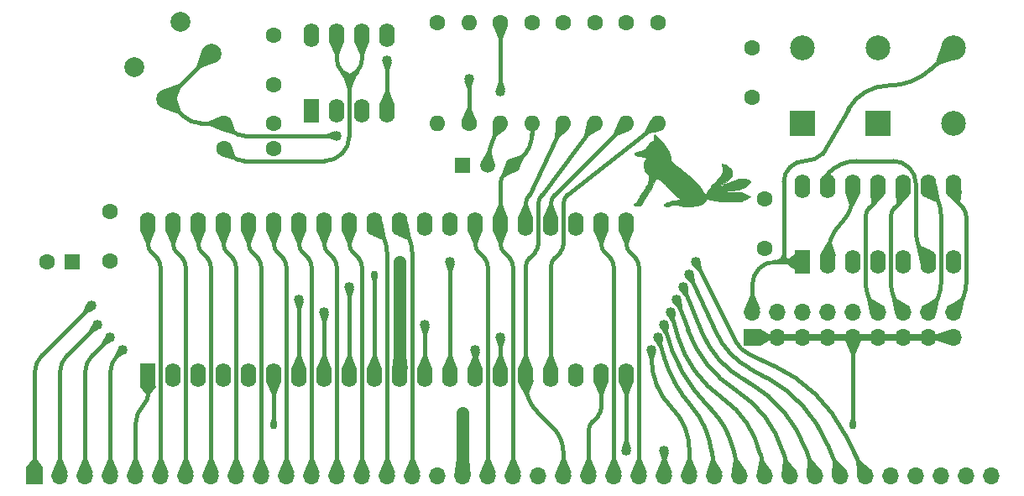
<source format=gbl>
G04 #@! TF.GenerationSoftware,KiCad,Pcbnew,8.0.3+1*
G04 #@! TF.CreationDate,2024-06-25T17:55:50-06:00*
G04 #@! TF.ProjectId,z80-cpu,7a38302d-6370-4752-9e6b-696361645f70,rev?*
G04 #@! TF.SameCoordinates,Original*
G04 #@! TF.FileFunction,Copper,L2,Bot*
G04 #@! TF.FilePolarity,Positive*
%FSLAX46Y46*%
G04 Gerber Fmt 4.6, Leading zero omitted, Abs format (unit mm)*
G04 Created by KiCad (PCBNEW 8.0.3+1) date 2024-06-25 17:55:50*
%MOMM*%
%LPD*%
G01*
G04 APERTURE LIST*
G04 #@! TA.AperFunction,Conductor*
%ADD10C,0.381000*%
G04 #@! TD*
G04 #@! TA.AperFunction,EtchedComponent*
%ADD11C,0.010000*%
G04 #@! TD*
G04 #@! TA.AperFunction,ComponentPad*
%ADD12C,1.600000*%
G04 #@! TD*
G04 #@! TA.AperFunction,ComponentPad*
%ADD13O,1.600000X1.600000*%
G04 #@! TD*
G04 #@! TA.AperFunction,ComponentPad*
%ADD14R,1.700000X1.700000*%
G04 #@! TD*
G04 #@! TA.AperFunction,ComponentPad*
%ADD15O,1.700000X1.700000*%
G04 #@! TD*
G04 #@! TA.AperFunction,ComponentPad*
%ADD16R,1.600000X2.400000*%
G04 #@! TD*
G04 #@! TA.AperFunction,ComponentPad*
%ADD17O,1.600000X2.400000*%
G04 #@! TD*
G04 #@! TA.AperFunction,ComponentPad*
%ADD18R,2.500000X2.500000*%
G04 #@! TD*
G04 #@! TA.AperFunction,ComponentPad*
%ADD19C,2.500000*%
G04 #@! TD*
G04 #@! TA.AperFunction,ComponentPad*
%ADD20C,2.000000*%
G04 #@! TD*
G04 #@! TA.AperFunction,ComponentPad*
%ADD21R,1.600000X1.600000*%
G04 #@! TD*
G04 #@! TA.AperFunction,ComponentPad*
%ADD22R,1.500000X1.500000*%
G04 #@! TD*
G04 #@! TA.AperFunction,ComponentPad*
%ADD23C,1.500000*%
G04 #@! TD*
G04 #@! TA.AperFunction,ViaPad*
%ADD24C,1.016000*%
G04 #@! TD*
G04 #@! TA.AperFunction,ViaPad*
%ADD25C,0.762000*%
G04 #@! TD*
G04 #@! TA.AperFunction,Conductor*
%ADD26C,1.270000*%
G04 #@! TD*
G04 #@! TA.AperFunction,Conductor*
%ADD27C,0.635000*%
G04 #@! TD*
G04 APERTURE END LIST*
D10*
X180340000Y-95250000D02*
G75*
G02*
X179705000Y-94615000I0J635000D01*
G01*
X179705000Y-94615000D02*
G75*
G02*
X179070000Y-95250000I-635000J0D01*
G01*
D11*
X175065233Y-87976654D02*
X174999815Y-87986792D01*
X174890443Y-88003742D01*
X174774553Y-88019026D01*
X174675346Y-88032110D01*
X174575901Y-88043989D01*
X174412005Y-88063567D01*
X174092484Y-88099920D01*
X174082311Y-88101065D01*
X173854258Y-88126974D01*
X173648612Y-88150783D01*
X173473705Y-88171491D01*
X173337873Y-88188100D01*
X173249448Y-88199608D01*
X173216764Y-88205015D01*
X173224804Y-88205907D01*
X173285278Y-88206995D01*
X173398541Y-88207349D01*
X173556988Y-88206993D01*
X173753018Y-88205951D01*
X173979027Y-88204245D01*
X174227411Y-88201899D01*
X174359024Y-88200700D01*
X174689294Y-88199513D01*
X174956576Y-88201623D01*
X175161903Y-88207052D01*
X175306306Y-88215823D01*
X175390818Y-88227959D01*
X175393558Y-88228664D01*
X175480970Y-88258207D01*
X175608389Y-88309657D01*
X175759136Y-88375965D01*
X175916533Y-88450086D01*
X176296944Y-88635624D01*
X176160699Y-88768410D01*
X176020214Y-88884595D01*
X175771916Y-89021291D01*
X175472985Y-89118209D01*
X175451285Y-89123143D01*
X175358356Y-89139705D01*
X175245142Y-89152460D01*
X175102811Y-89161880D01*
X174922529Y-89168435D01*
X174695463Y-89172599D01*
X174412779Y-89174843D01*
X174382281Y-89174976D01*
X174092069Y-89175051D01*
X173846061Y-89171842D01*
X173628895Y-89164090D01*
X173425211Y-89150537D01*
X173219647Y-89129928D01*
X172996842Y-89101003D01*
X172741436Y-89062505D01*
X172438067Y-89013177D01*
X171946097Y-88931550D01*
X171881425Y-89007141D01*
X171854386Y-89039795D01*
X171785763Y-89126789D01*
X171712786Y-89223089D01*
X171673792Y-89270761D01*
X171582330Y-89360030D01*
X171495824Y-89420829D01*
X171455132Y-89440221D01*
X171264876Y-89509904D01*
X171031594Y-89570019D01*
X170772132Y-89616738D01*
X170503337Y-89646237D01*
X170390774Y-89653583D01*
X169967088Y-89662482D01*
X169598336Y-89637692D01*
X169284496Y-89579212D01*
X169196819Y-89559647D01*
X169032172Y-89535606D01*
X168852747Y-89521360D01*
X168671648Y-89516757D01*
X168501980Y-89521647D01*
X168356849Y-89535880D01*
X168249360Y-89559304D01*
X168192616Y-89591769D01*
X168189520Y-89595861D01*
X168157534Y-89622996D01*
X168105195Y-89637905D01*
X168017876Y-89642856D01*
X167880947Y-89640120D01*
X167782973Y-89636208D01*
X167688087Y-89628800D01*
X167635019Y-89615689D01*
X167610429Y-89592886D01*
X167600977Y-89556401D01*
X167602898Y-89502916D01*
X167632586Y-89431324D01*
X167671264Y-89396685D01*
X167776257Y-89334708D01*
X167921245Y-89270047D01*
X168091783Y-89208268D01*
X168273427Y-89154938D01*
X168451732Y-89115624D01*
X168615818Y-89085673D01*
X168851286Y-89038224D01*
X169025836Y-88996099D01*
X169141535Y-88958772D01*
X169200448Y-88925721D01*
X169212827Y-88904338D01*
X169198640Y-88872139D01*
X169143476Y-88826604D01*
X169039281Y-88759425D01*
X169015669Y-88744082D01*
X168907468Y-88662227D01*
X168768363Y-88544520D01*
X168608057Y-88400220D01*
X168436251Y-88238584D01*
X168262647Y-88068867D01*
X168096949Y-87900328D01*
X167948858Y-87742223D01*
X167828077Y-87603810D01*
X167747156Y-87508363D01*
X167544595Y-87290025D01*
X167353874Y-87113830D01*
X167179658Y-86983442D01*
X167026613Y-86902523D01*
X166899404Y-86874736D01*
X166875296Y-86879260D01*
X166802690Y-86933921D01*
X166717761Y-87049213D01*
X166621625Y-87223448D01*
X166515399Y-87454939D01*
X166455987Y-87588515D01*
X166321786Y-87860185D01*
X166179290Y-88114385D01*
X166040710Y-88328642D01*
X166005653Y-88378051D01*
X165916313Y-88503996D01*
X165834941Y-88618744D01*
X165790268Y-88685051D01*
X165710387Y-88814013D01*
X165638767Y-88940373D01*
X165591026Y-89027406D01*
X165487609Y-89200512D01*
X165385016Y-89354074D01*
X165292149Y-89475176D01*
X165217912Y-89550902D01*
X165199849Y-89564364D01*
X165119702Y-89599212D01*
X165019762Y-89593814D01*
X165000968Y-89590540D01*
X164883480Y-89576363D01*
X164762379Y-89569118D01*
X164740691Y-89568276D01*
X164628142Y-89544975D01*
X164570860Y-89497304D01*
X164569629Y-89434201D01*
X164625237Y-89364605D01*
X164738470Y-89297454D01*
X164787548Y-89272588D01*
X164909390Y-89174033D01*
X165011084Y-89027448D01*
X165098706Y-88824863D01*
X165119607Y-88771179D01*
X165150518Y-88705279D01*
X165193561Y-88626239D01*
X165252857Y-88527433D01*
X165332527Y-88402238D01*
X165436694Y-88244027D01*
X165569478Y-88046177D01*
X165735000Y-87802062D01*
X165785950Y-87725090D01*
X165875958Y-87576267D01*
X165939065Y-87452701D01*
X165968554Y-87366910D01*
X165981956Y-87301739D01*
X166013156Y-87179852D01*
X166050714Y-87053820D01*
X166075150Y-86966710D01*
X166102153Y-86831914D01*
X166112652Y-86721034D01*
X166112468Y-86700749D01*
X166105105Y-86628389D01*
X166079892Y-86565410D01*
X166027174Y-86493915D01*
X165937292Y-86396002D01*
X165934216Y-86392764D01*
X165837887Y-86279679D01*
X165752368Y-86159598D01*
X165695846Y-86057984D01*
X165675817Y-86006988D01*
X165627758Y-85843573D01*
X165593355Y-85665859D01*
X165576641Y-85498311D01*
X165581651Y-85365396D01*
X165592330Y-85300985D01*
X165616634Y-85186535D01*
X165648695Y-85103412D01*
X165699089Y-85028724D01*
X165778394Y-84939578D01*
X165925012Y-84782831D01*
X165817373Y-84738387D01*
X165783647Y-84726122D01*
X165666330Y-84693407D01*
X165509400Y-84657973D01*
X165329973Y-84623238D01*
X165145166Y-84592622D01*
X164972096Y-84569544D01*
X164853316Y-84547051D01*
X164726874Y-84490448D01*
X164652828Y-84408101D01*
X164635888Y-84303734D01*
X164637908Y-84288596D01*
X164655694Y-84239641D01*
X164701265Y-84212694D01*
X164792918Y-84195094D01*
X164837068Y-84187477D01*
X164978493Y-84153762D01*
X165148574Y-84104426D01*
X165325539Y-84046441D01*
X165487616Y-83986782D01*
X165613033Y-83932420D01*
X165619006Y-83929457D01*
X165695225Y-83887840D01*
X165749375Y-83843473D01*
X165798824Y-83778258D01*
X165860941Y-83674099D01*
X165907512Y-83605273D01*
X165992841Y-83501637D01*
X166097342Y-83388932D01*
X166208977Y-83278920D01*
X166315709Y-83183361D01*
X166405499Y-83114017D01*
X166466311Y-83082647D01*
X166482929Y-83079003D01*
X166532150Y-83056646D01*
X166558465Y-83008325D01*
X166574244Y-82914802D01*
X166581440Y-82854791D01*
X166598196Y-82716001D01*
X166614774Y-82579622D01*
X166628220Y-82498928D01*
X166650427Y-82423424D01*
X166673190Y-82394273D01*
X166689876Y-82402403D01*
X166745275Y-82448814D01*
X166825189Y-82527161D01*
X166918490Y-82626890D01*
X166946505Y-82657785D01*
X167079049Y-82800357D01*
X167224548Y-82952533D01*
X167356232Y-83086224D01*
X167412167Y-83143830D01*
X167509763Y-83254480D01*
X167585893Y-83353860D01*
X167627595Y-83425752D01*
X167634566Y-83442033D01*
X167683713Y-83529778D01*
X167758049Y-83641362D01*
X167844401Y-83756678D01*
X167859919Y-83776378D01*
X167953704Y-83903150D01*
X168039503Y-84030489D01*
X168100437Y-84133549D01*
X168147469Y-84239404D01*
X168210069Y-84435384D01*
X168253883Y-84643318D01*
X168271165Y-84831535D01*
X168272138Y-84858668D01*
X168282949Y-84926523D01*
X168309394Y-84994951D01*
X168356088Y-85068549D01*
X168427645Y-85151913D01*
X168528679Y-85249639D01*
X168663807Y-85366324D01*
X168837640Y-85506563D01*
X169054795Y-85674952D01*
X169319886Y-85876088D01*
X169594380Y-86086140D01*
X170005550Y-86415615D01*
X170364085Y-86724130D01*
X170673683Y-87015432D01*
X170938040Y-87293271D01*
X171160852Y-87561395D01*
X171345815Y-87823553D01*
X171496627Y-88083493D01*
X171523106Y-88133788D01*
X171586716Y-88249037D01*
X171640393Y-88338949D01*
X171674674Y-88387369D01*
X171737217Y-88416432D01*
X171812512Y-88388700D01*
X171893436Y-88306353D01*
X171974503Y-88173307D01*
X171989384Y-88145465D01*
X172007567Y-88116860D01*
X172527119Y-88116860D01*
X172529355Y-88127693D01*
X172552098Y-88123985D01*
X172609601Y-88081715D01*
X172643565Y-88053994D01*
X172649118Y-88043989D01*
X172599645Y-88066732D01*
X172552435Y-88093241D01*
X172527119Y-88116860D01*
X172007567Y-88116860D01*
X172069755Y-88019026D01*
X172688287Y-88019026D01*
X172704403Y-88035143D01*
X172720520Y-88019026D01*
X172704403Y-88002909D01*
X172688287Y-88019026D01*
X172069755Y-88019026D01*
X172071687Y-88015987D01*
X172093002Y-87986792D01*
X172752754Y-87986792D01*
X172768870Y-88002909D01*
X172784987Y-87986792D01*
X172768870Y-87970675D01*
X172752754Y-87986792D01*
X172093002Y-87986792D01*
X172116535Y-87954559D01*
X172817221Y-87954559D01*
X172833337Y-87970675D01*
X172849454Y-87954559D01*
X172833337Y-87938442D01*
X172817221Y-87954559D01*
X172116535Y-87954559D01*
X172186888Y-87858199D01*
X172324183Y-87684986D01*
X172472769Y-87509231D01*
X172621842Y-87343820D01*
X172760598Y-87201634D01*
X172878234Y-87095559D01*
X172913225Y-87066459D01*
X173074280Y-86914559D01*
X173229351Y-86742332D01*
X173362567Y-86568494D01*
X173458056Y-86411762D01*
X173474291Y-86378509D01*
X173546980Y-86179044D01*
X173567720Y-85986468D01*
X173539425Y-85778106D01*
X173512942Y-85664533D01*
X173483596Y-85535595D01*
X173469007Y-85453832D01*
X173470187Y-85409574D01*
X173488148Y-85393151D01*
X173523903Y-85394893D01*
X173578463Y-85405131D01*
X173610743Y-85411763D01*
X173772723Y-85465413D01*
X173949751Y-85549559D01*
X174117460Y-85651417D01*
X174251483Y-85758203D01*
X174267569Y-85774224D01*
X174390326Y-85945335D01*
X174466933Y-86153963D01*
X174493363Y-86389602D01*
X174486694Y-86469198D01*
X174453509Y-86581965D01*
X174389228Y-86700562D01*
X174290236Y-86828615D01*
X174152913Y-86969747D01*
X173973644Y-87127582D01*
X173748811Y-87305744D01*
X173474797Y-87507856D01*
X173147986Y-87737544D01*
X173082371Y-87782892D01*
X172978018Y-87855708D01*
X172915461Y-87901364D01*
X172886949Y-87926168D01*
X172884730Y-87936425D01*
X172901051Y-87938442D01*
X172903017Y-87938174D01*
X172946837Y-87918663D01*
X173032786Y-87872744D01*
X173149389Y-87806738D01*
X173285167Y-87726961D01*
X173471127Y-87617621D01*
X173819138Y-87424850D01*
X174142307Y-87264381D01*
X174456294Y-87129214D01*
X174776756Y-87012346D01*
X175119353Y-86906774D01*
X175325409Y-86860536D01*
X175579499Y-86846520D01*
X175826625Y-86887924D01*
X176083781Y-86986148D01*
X176213166Y-87052694D01*
X176301562Y-87112993D01*
X176330672Y-87158802D01*
X176324067Y-87192244D01*
X176273204Y-87279493D01*
X176179789Y-87385186D01*
X176053004Y-87500571D01*
X175902036Y-87616897D01*
X175736067Y-87725411D01*
X175711983Y-87739737D01*
X175612363Y-87797122D01*
X175520057Y-87844936D01*
X175427128Y-87884988D01*
X175325638Y-87919086D01*
X175207652Y-87949038D01*
X175179179Y-87954559D01*
X175065233Y-87976654D01*
G04 #@! TA.AperFunction,EtchedComponent*
G36*
X175065233Y-87976654D02*
G01*
X174999815Y-87986792D01*
X174890443Y-88003742D01*
X174774553Y-88019026D01*
X174675346Y-88032110D01*
X174575901Y-88043989D01*
X174412005Y-88063567D01*
X174092484Y-88099920D01*
X174082311Y-88101065D01*
X173854258Y-88126974D01*
X173648612Y-88150783D01*
X173473705Y-88171491D01*
X173337873Y-88188100D01*
X173249448Y-88199608D01*
X173216764Y-88205015D01*
X173224804Y-88205907D01*
X173285278Y-88206995D01*
X173398541Y-88207349D01*
X173556988Y-88206993D01*
X173753018Y-88205951D01*
X173979027Y-88204245D01*
X174227411Y-88201899D01*
X174359024Y-88200700D01*
X174689294Y-88199513D01*
X174956576Y-88201623D01*
X175161903Y-88207052D01*
X175306306Y-88215823D01*
X175390818Y-88227959D01*
X175393558Y-88228664D01*
X175480970Y-88258207D01*
X175608389Y-88309657D01*
X175759136Y-88375965D01*
X175916533Y-88450086D01*
X176296944Y-88635624D01*
X176160699Y-88768410D01*
X176020214Y-88884595D01*
X175771916Y-89021291D01*
X175472985Y-89118209D01*
X175451285Y-89123143D01*
X175358356Y-89139705D01*
X175245142Y-89152460D01*
X175102811Y-89161880D01*
X174922529Y-89168435D01*
X174695463Y-89172599D01*
X174412779Y-89174843D01*
X174382281Y-89174976D01*
X174092069Y-89175051D01*
X173846061Y-89171842D01*
X173628895Y-89164090D01*
X173425211Y-89150537D01*
X173219647Y-89129928D01*
X172996842Y-89101003D01*
X172741436Y-89062505D01*
X172438067Y-89013177D01*
X171946097Y-88931550D01*
X171881425Y-89007141D01*
X171854386Y-89039795D01*
X171785763Y-89126789D01*
X171712786Y-89223089D01*
X171673792Y-89270761D01*
X171582330Y-89360030D01*
X171495824Y-89420829D01*
X171455132Y-89440221D01*
X171264876Y-89509904D01*
X171031594Y-89570019D01*
X170772132Y-89616738D01*
X170503337Y-89646237D01*
X170390774Y-89653583D01*
X169967088Y-89662482D01*
X169598336Y-89637692D01*
X169284496Y-89579212D01*
X169196819Y-89559647D01*
X169032172Y-89535606D01*
X168852747Y-89521360D01*
X168671648Y-89516757D01*
X168501980Y-89521647D01*
X168356849Y-89535880D01*
X168249360Y-89559304D01*
X168192616Y-89591769D01*
X168189520Y-89595861D01*
X168157534Y-89622996D01*
X168105195Y-89637905D01*
X168017876Y-89642856D01*
X167880947Y-89640120D01*
X167782973Y-89636208D01*
X167688087Y-89628800D01*
X167635019Y-89615689D01*
X167610429Y-89592886D01*
X167600977Y-89556401D01*
X167602898Y-89502916D01*
X167632586Y-89431324D01*
X167671264Y-89396685D01*
X167776257Y-89334708D01*
X167921245Y-89270047D01*
X168091783Y-89208268D01*
X168273427Y-89154938D01*
X168451732Y-89115624D01*
X168615818Y-89085673D01*
X168851286Y-89038224D01*
X169025836Y-88996099D01*
X169141535Y-88958772D01*
X169200448Y-88925721D01*
X169212827Y-88904338D01*
X169198640Y-88872139D01*
X169143476Y-88826604D01*
X169039281Y-88759425D01*
X169015669Y-88744082D01*
X168907468Y-88662227D01*
X168768363Y-88544520D01*
X168608057Y-88400220D01*
X168436251Y-88238584D01*
X168262647Y-88068867D01*
X168096949Y-87900328D01*
X167948858Y-87742223D01*
X167828077Y-87603810D01*
X167747156Y-87508363D01*
X167544595Y-87290025D01*
X167353874Y-87113830D01*
X167179658Y-86983442D01*
X167026613Y-86902523D01*
X166899404Y-86874736D01*
X166875296Y-86879260D01*
X166802690Y-86933921D01*
X166717761Y-87049213D01*
X166621625Y-87223448D01*
X166515399Y-87454939D01*
X166455987Y-87588515D01*
X166321786Y-87860185D01*
X166179290Y-88114385D01*
X166040710Y-88328642D01*
X166005653Y-88378051D01*
X165916313Y-88503996D01*
X165834941Y-88618744D01*
X165790268Y-88685051D01*
X165710387Y-88814013D01*
X165638767Y-88940373D01*
X165591026Y-89027406D01*
X165487609Y-89200512D01*
X165385016Y-89354074D01*
X165292149Y-89475176D01*
X165217912Y-89550902D01*
X165199849Y-89564364D01*
X165119702Y-89599212D01*
X165019762Y-89593814D01*
X165000968Y-89590540D01*
X164883480Y-89576363D01*
X164762379Y-89569118D01*
X164740691Y-89568276D01*
X164628142Y-89544975D01*
X164570860Y-89497304D01*
X164569629Y-89434201D01*
X164625237Y-89364605D01*
X164738470Y-89297454D01*
X164787548Y-89272588D01*
X164909390Y-89174033D01*
X165011084Y-89027448D01*
X165098706Y-88824863D01*
X165119607Y-88771179D01*
X165150518Y-88705279D01*
X165193561Y-88626239D01*
X165252857Y-88527433D01*
X165332527Y-88402238D01*
X165436694Y-88244027D01*
X165569478Y-88046177D01*
X165735000Y-87802062D01*
X165785950Y-87725090D01*
X165875958Y-87576267D01*
X165939065Y-87452701D01*
X165968554Y-87366910D01*
X165981956Y-87301739D01*
X166013156Y-87179852D01*
X166050714Y-87053820D01*
X166075150Y-86966710D01*
X166102153Y-86831914D01*
X166112652Y-86721034D01*
X166112468Y-86700749D01*
X166105105Y-86628389D01*
X166079892Y-86565410D01*
X166027174Y-86493915D01*
X165937292Y-86396002D01*
X165934216Y-86392764D01*
X165837887Y-86279679D01*
X165752368Y-86159598D01*
X165695846Y-86057984D01*
X165675817Y-86006988D01*
X165627758Y-85843573D01*
X165593355Y-85665859D01*
X165576641Y-85498311D01*
X165581651Y-85365396D01*
X165592330Y-85300985D01*
X165616634Y-85186535D01*
X165648695Y-85103412D01*
X165699089Y-85028724D01*
X165778394Y-84939578D01*
X165925012Y-84782831D01*
X165817373Y-84738387D01*
X165783647Y-84726122D01*
X165666330Y-84693407D01*
X165509400Y-84657973D01*
X165329973Y-84623238D01*
X165145166Y-84592622D01*
X164972096Y-84569544D01*
X164853316Y-84547051D01*
X164726874Y-84490448D01*
X164652828Y-84408101D01*
X164635888Y-84303734D01*
X164637908Y-84288596D01*
X164655694Y-84239641D01*
X164701265Y-84212694D01*
X164792918Y-84195094D01*
X164837068Y-84187477D01*
X164978493Y-84153762D01*
X165148574Y-84104426D01*
X165325539Y-84046441D01*
X165487616Y-83986782D01*
X165613033Y-83932420D01*
X165619006Y-83929457D01*
X165695225Y-83887840D01*
X165749375Y-83843473D01*
X165798824Y-83778258D01*
X165860941Y-83674099D01*
X165907512Y-83605273D01*
X165992841Y-83501637D01*
X166097342Y-83388932D01*
X166208977Y-83278920D01*
X166315709Y-83183361D01*
X166405499Y-83114017D01*
X166466311Y-83082647D01*
X166482929Y-83079003D01*
X166532150Y-83056646D01*
X166558465Y-83008325D01*
X166574244Y-82914802D01*
X166581440Y-82854791D01*
X166598196Y-82716001D01*
X166614774Y-82579622D01*
X166628220Y-82498928D01*
X166650427Y-82423424D01*
X166673190Y-82394273D01*
X166689876Y-82402403D01*
X166745275Y-82448814D01*
X166825189Y-82527161D01*
X166918490Y-82626890D01*
X166946505Y-82657785D01*
X167079049Y-82800357D01*
X167224548Y-82952533D01*
X167356232Y-83086224D01*
X167412167Y-83143830D01*
X167509763Y-83254480D01*
X167585893Y-83353860D01*
X167627595Y-83425752D01*
X167634566Y-83442033D01*
X167683713Y-83529778D01*
X167758049Y-83641362D01*
X167844401Y-83756678D01*
X167859919Y-83776378D01*
X167953704Y-83903150D01*
X168039503Y-84030489D01*
X168100437Y-84133549D01*
X168147469Y-84239404D01*
X168210069Y-84435384D01*
X168253883Y-84643318D01*
X168271165Y-84831535D01*
X168272138Y-84858668D01*
X168282949Y-84926523D01*
X168309394Y-84994951D01*
X168356088Y-85068549D01*
X168427645Y-85151913D01*
X168528679Y-85249639D01*
X168663807Y-85366324D01*
X168837640Y-85506563D01*
X169054795Y-85674952D01*
X169319886Y-85876088D01*
X169594380Y-86086140D01*
X170005550Y-86415615D01*
X170364085Y-86724130D01*
X170673683Y-87015432D01*
X170938040Y-87293271D01*
X171160852Y-87561395D01*
X171345815Y-87823553D01*
X171496627Y-88083493D01*
X171523106Y-88133788D01*
X171586716Y-88249037D01*
X171640393Y-88338949D01*
X171674674Y-88387369D01*
X171737217Y-88416432D01*
X171812512Y-88388700D01*
X171893436Y-88306353D01*
X171974503Y-88173307D01*
X171989384Y-88145465D01*
X172007567Y-88116860D01*
X172527119Y-88116860D01*
X172529355Y-88127693D01*
X172552098Y-88123985D01*
X172609601Y-88081715D01*
X172643565Y-88053994D01*
X172649118Y-88043989D01*
X172599645Y-88066732D01*
X172552435Y-88093241D01*
X172527119Y-88116860D01*
X172007567Y-88116860D01*
X172069755Y-88019026D01*
X172688287Y-88019026D01*
X172704403Y-88035143D01*
X172720520Y-88019026D01*
X172704403Y-88002909D01*
X172688287Y-88019026D01*
X172069755Y-88019026D01*
X172071687Y-88015987D01*
X172093002Y-87986792D01*
X172752754Y-87986792D01*
X172768870Y-88002909D01*
X172784987Y-87986792D01*
X172768870Y-87970675D01*
X172752754Y-87986792D01*
X172093002Y-87986792D01*
X172116535Y-87954559D01*
X172817221Y-87954559D01*
X172833337Y-87970675D01*
X172849454Y-87954559D01*
X172833337Y-87938442D01*
X172817221Y-87954559D01*
X172116535Y-87954559D01*
X172186888Y-87858199D01*
X172324183Y-87684986D01*
X172472769Y-87509231D01*
X172621842Y-87343820D01*
X172760598Y-87201634D01*
X172878234Y-87095559D01*
X172913225Y-87066459D01*
X173074280Y-86914559D01*
X173229351Y-86742332D01*
X173362567Y-86568494D01*
X173458056Y-86411762D01*
X173474291Y-86378509D01*
X173546980Y-86179044D01*
X173567720Y-85986468D01*
X173539425Y-85778106D01*
X173512942Y-85664533D01*
X173483596Y-85535595D01*
X173469007Y-85453832D01*
X173470187Y-85409574D01*
X173488148Y-85393151D01*
X173523903Y-85394893D01*
X173578463Y-85405131D01*
X173610743Y-85411763D01*
X173772723Y-85465413D01*
X173949751Y-85549559D01*
X174117460Y-85651417D01*
X174251483Y-85758203D01*
X174267569Y-85774224D01*
X174390326Y-85945335D01*
X174466933Y-86153963D01*
X174493363Y-86389602D01*
X174486694Y-86469198D01*
X174453509Y-86581965D01*
X174389228Y-86700562D01*
X174290236Y-86828615D01*
X174152913Y-86969747D01*
X173973644Y-87127582D01*
X173748811Y-87305744D01*
X173474797Y-87507856D01*
X173147986Y-87737544D01*
X173082371Y-87782892D01*
X172978018Y-87855708D01*
X172915461Y-87901364D01*
X172886949Y-87926168D01*
X172884730Y-87936425D01*
X172901051Y-87938442D01*
X172903017Y-87938174D01*
X172946837Y-87918663D01*
X173032786Y-87872744D01*
X173149389Y-87806738D01*
X173285167Y-87726961D01*
X173471127Y-87617621D01*
X173819138Y-87424850D01*
X174142307Y-87264381D01*
X174456294Y-87129214D01*
X174776756Y-87012346D01*
X175119353Y-86906774D01*
X175325409Y-86860536D01*
X175579499Y-86846520D01*
X175826625Y-86887924D01*
X176083781Y-86986148D01*
X176213166Y-87052694D01*
X176301562Y-87112993D01*
X176330672Y-87158802D01*
X176324067Y-87192244D01*
X176273204Y-87279493D01*
X176179789Y-87385186D01*
X176053004Y-87500571D01*
X175902036Y-87616897D01*
X175736067Y-87725411D01*
X175711983Y-87739737D01*
X175612363Y-87797122D01*
X175520057Y-87844936D01*
X175427128Y-87884988D01*
X175325638Y-87919086D01*
X175207652Y-87949038D01*
X175179179Y-87954559D01*
X175065233Y-87976654D01*
G37*
G04 #@! TD.AperFunction*
D12*
X154305000Y-71120000D03*
D13*
X154305000Y-81280000D03*
D14*
X176530000Y-102870000D03*
D15*
X176530000Y-100330000D03*
X179070000Y-102870000D03*
X179070000Y-100330000D03*
X181610000Y-102870000D03*
X181610000Y-100330000D03*
X184150000Y-102870000D03*
X184150000Y-100330000D03*
X186690000Y-102870000D03*
X186690000Y-100330000D03*
X189230000Y-102870000D03*
X189230000Y-100330000D03*
X191770000Y-102870000D03*
X191770000Y-100330000D03*
X194310000Y-102870000D03*
X194310000Y-100330000D03*
X196850000Y-102870000D03*
X196850000Y-100330000D03*
D12*
X176530000Y-73700000D03*
X176530000Y-78700000D03*
D16*
X132080000Y-80010000D03*
D17*
X134620000Y-80010000D03*
X137160000Y-80010000D03*
X139700000Y-80010000D03*
X139700000Y-72390000D03*
X137160000Y-72390000D03*
X134620000Y-72390000D03*
X132080000Y-72390000D03*
D12*
X160655000Y-71120000D03*
D13*
X160655000Y-81280000D03*
D16*
X115570000Y-106680000D03*
D17*
X118110000Y-106680000D03*
X120650000Y-106680000D03*
X123190000Y-106680000D03*
X125730000Y-106680000D03*
X128270000Y-106680000D03*
X130810000Y-106680000D03*
X133350000Y-106680000D03*
X135890000Y-106680000D03*
X138430000Y-106680000D03*
X140970000Y-106680000D03*
X143510000Y-106680000D03*
X146050000Y-106680000D03*
X148590000Y-106680000D03*
X151130000Y-106680000D03*
X153670000Y-106680000D03*
X156210000Y-106680000D03*
X158750000Y-106680000D03*
X161290000Y-106680000D03*
X163830000Y-106680000D03*
X163830000Y-91440000D03*
X161290000Y-91440000D03*
X158750000Y-91440000D03*
X156210000Y-91440000D03*
X153670000Y-91440000D03*
X151130000Y-91440000D03*
X148590000Y-91440000D03*
X146050000Y-91440000D03*
X143510000Y-91440000D03*
X140970000Y-91440000D03*
X138430000Y-91440000D03*
X135890000Y-91440000D03*
X133350000Y-91440000D03*
X130810000Y-91440000D03*
X128270000Y-91440000D03*
X125730000Y-91440000D03*
X123190000Y-91440000D03*
X120650000Y-91440000D03*
X118110000Y-91440000D03*
X115570000Y-91440000D03*
D14*
X104140000Y-116840000D03*
D15*
X106680000Y-116840000D03*
X109220000Y-116840000D03*
X111760000Y-116840000D03*
X114300000Y-116840000D03*
X116840000Y-116840000D03*
X119380000Y-116840000D03*
X121920000Y-116840000D03*
X124460000Y-116840000D03*
X127000000Y-116840000D03*
X129540000Y-116840000D03*
X132080000Y-116840000D03*
X134620000Y-116840000D03*
X137160000Y-116840000D03*
X139700000Y-116840000D03*
X142240000Y-116840000D03*
X144780000Y-116840000D03*
X147320000Y-116840000D03*
X149860000Y-116840000D03*
X152400000Y-116840000D03*
X154940000Y-116840000D03*
X157480000Y-116840000D03*
X160020000Y-116840000D03*
X162560000Y-116840000D03*
X165100000Y-116840000D03*
X167640000Y-116840000D03*
X170180000Y-116840000D03*
X172720000Y-116840000D03*
X175260000Y-116840000D03*
X177800000Y-116840000D03*
X180340000Y-116840000D03*
X182880000Y-116840000D03*
X185420000Y-116840000D03*
X187960000Y-116840000D03*
X190500000Y-116840000D03*
X193040000Y-116840000D03*
X195580000Y-116840000D03*
X198120000Y-116840000D03*
X200660000Y-116840000D03*
D18*
X181610000Y-81280000D03*
X189230000Y-81280000D03*
D19*
X196850000Y-81280000D03*
X196850000Y-73660000D03*
X181610000Y-73660000D03*
X189230000Y-73660000D03*
D12*
X147955000Y-81280000D03*
D13*
X147955000Y-71120000D03*
D12*
X123230000Y-83820000D03*
X128230000Y-83820000D03*
D16*
X181610000Y-95250000D03*
D17*
X184150000Y-95250000D03*
X186690000Y-95250000D03*
X189230000Y-95250000D03*
X191770000Y-95250000D03*
X194310000Y-95250000D03*
X196850000Y-95250000D03*
X196850000Y-87630000D03*
X194310000Y-87630000D03*
X191770000Y-87630000D03*
X189230000Y-87630000D03*
X186690000Y-87630000D03*
X184150000Y-87630000D03*
X181610000Y-87630000D03*
D20*
X114220913Y-75637107D03*
X118817107Y-71040913D03*
X117402894Y-78819088D03*
X121999088Y-74222893D03*
D12*
X128270000Y-72390000D03*
X128270000Y-77390000D03*
X177800000Y-88940000D03*
X177800000Y-93940000D03*
X167005000Y-71120000D03*
D13*
X167005000Y-81280000D03*
D21*
X107910000Y-95250000D03*
D12*
X105410000Y-95250000D03*
X157480000Y-71120000D03*
D13*
X157480000Y-81280000D03*
D22*
X147310000Y-85540000D03*
D23*
X149850000Y-85540000D03*
X152390000Y-85540000D03*
D12*
X151130000Y-71120000D03*
D13*
X151130000Y-81280000D03*
D12*
X163830000Y-71120000D03*
D13*
X163830000Y-81280000D03*
D12*
X123270000Y-81280000D03*
X128270000Y-81280000D03*
X144780000Y-71120000D03*
D13*
X144780000Y-81280000D03*
D12*
X111760000Y-95210000D03*
X111760000Y-90210000D03*
D24*
X109855000Y-99695000D03*
X110490000Y-101600000D03*
X111760000Y-102870000D03*
X113030000Y-104140000D03*
X147320000Y-110490000D03*
X140970000Y-95250000D03*
X139700000Y-74930000D03*
D25*
X186690000Y-111760000D03*
X128270000Y-111760000D03*
D24*
X167640000Y-114300000D03*
X163830000Y-114300000D03*
X166370000Y-104140000D03*
X148590000Y-104140000D03*
X151130000Y-102870000D03*
X167005000Y-102870000D03*
X167640000Y-101600000D03*
X143510000Y-101600000D03*
X168275000Y-100330000D03*
X133350000Y-100330000D03*
X130810000Y-99060000D03*
X168910000Y-99060000D03*
X135890000Y-97790000D03*
X169545000Y-97790000D03*
X170180000Y-96520000D03*
D25*
X138430000Y-96520000D03*
D24*
X146050000Y-95250000D03*
X170815000Y-95250000D03*
X134620000Y-82550000D03*
X135890000Y-76835000D03*
X147955000Y-76835000D03*
X151130000Y-78105000D03*
D10*
X154305000Y-82380509D02*
G75*
G02*
X153234060Y-84781885I-3227800J9D01*
G01*
X157851975Y-88528025D02*
X167005000Y-81280000D01*
X156581974Y-88528026D02*
X163830000Y-81280000D01*
X160655000Y-81280000D02*
X155311975Y-88528025D01*
X154041975Y-88528025D02*
X157480000Y-81280000D01*
X152390000Y-85540000D02*
X153234062Y-84781887D01*
X154305000Y-82380509D02*
X154305000Y-81280000D01*
X104140000Y-106462102D02*
X104140000Y-116840000D01*
X109855000Y-99695000D02*
X104883949Y-104666051D01*
X104140000Y-106462102D02*
G75*
G02*
X104883948Y-104666050I2540000J2D01*
G01*
X106680000Y-116840000D02*
X106680000Y-106462102D01*
X107423949Y-104666051D02*
X110490000Y-101600000D01*
X106680000Y-106462102D02*
G75*
G02*
X107423948Y-104666050I2540000J2D01*
G01*
X109220000Y-116840000D02*
X109220000Y-106462102D01*
X109963949Y-104666051D02*
X111760000Y-102870000D01*
X109963949Y-104666051D02*
G75*
G03*
X109220002Y-106462102I1796051J-1796049D01*
G01*
X111760000Y-116840000D02*
X111760000Y-106462102D01*
X112503949Y-104666051D02*
X113030000Y-104140000D01*
X111760000Y-106462102D02*
G75*
G02*
X112503948Y-104666050I2540000J2D01*
G01*
X115570000Y-108693949D02*
X115570000Y-106680000D01*
X114300000Y-116840000D02*
X114300000Y-111759950D01*
X115198026Y-109591974D02*
G75*
G03*
X114300026Y-111759950I2167874J-2167926D01*
G01*
X115198026Y-109591974D02*
G75*
G03*
X115570034Y-108693949I-898026J898074D01*
G01*
X116840000Y-116840000D02*
X116840000Y-95776051D01*
X115570000Y-93453949D02*
X115570000Y-91440000D01*
X116468025Y-94878025D02*
X115941974Y-94351974D01*
X116468025Y-94878025D02*
G75*
G02*
X116840034Y-95776051I-898025J-898075D01*
G01*
X115941974Y-94351974D02*
G75*
G02*
X115569966Y-93453949I898026J898074D01*
G01*
X119008025Y-94878025D02*
X118481974Y-94351974D01*
X119380000Y-116840000D02*
X119380000Y-95776051D01*
X118110000Y-93453949D02*
X118110000Y-91440000D01*
X118110000Y-93453949D02*
G75*
G03*
X118481998Y-94351950I1270000J49D01*
G01*
X119380000Y-95776051D02*
G75*
G03*
X119008001Y-94878049I-1270000J-49D01*
G01*
X121920000Y-116840000D02*
X121920000Y-95776051D01*
X120650000Y-93453949D02*
X120650000Y-91440000D01*
X121548025Y-94878025D02*
X121021974Y-94351974D01*
X121920000Y-95776051D02*
G75*
G03*
X121548001Y-94878049I-1270000J-49D01*
G01*
X120650000Y-93453949D02*
G75*
G03*
X121021998Y-94351950I1270000J49D01*
G01*
X123190000Y-93453949D02*
X123190000Y-91440000D01*
X124460000Y-116840000D02*
X124460000Y-95776051D01*
X124088025Y-94878025D02*
X123561974Y-94351974D01*
X124460000Y-95776051D02*
G75*
G03*
X124088001Y-94878049I-1270000J-49D01*
G01*
X123561974Y-94351974D02*
G75*
G02*
X123189966Y-93453949I898026J898074D01*
G01*
X127000000Y-116840000D02*
X127000000Y-95776051D01*
X126628025Y-94878025D02*
X126101974Y-94351974D01*
X125730000Y-93453949D02*
X125730000Y-91440000D01*
X125730000Y-93453949D02*
G75*
G03*
X126101998Y-94351950I1270000J49D01*
G01*
X127000000Y-95776051D02*
G75*
G03*
X126628001Y-94878049I-1270000J-49D01*
G01*
X129540000Y-116840000D02*
X129540000Y-95776051D01*
X129168025Y-94878025D02*
X128641974Y-94351974D01*
X128270000Y-93453949D02*
X128270000Y-91440000D01*
X129540000Y-95776051D02*
G75*
G03*
X129168001Y-94878049I-1270000J-49D01*
G01*
X128270000Y-93453949D02*
G75*
G03*
X128641998Y-94351950I1270000J49D01*
G01*
X131708025Y-94878025D02*
X131181974Y-94351974D01*
X130810000Y-93453949D02*
X130810000Y-91440000D01*
X132080000Y-116840000D02*
X132080000Y-95776051D01*
X131708025Y-94878025D02*
G75*
G02*
X132080034Y-95776051I-898025J-898075D01*
G01*
X131181974Y-94351974D02*
G75*
G02*
X130809966Y-93453949I898026J898074D01*
G01*
X134248025Y-94878025D02*
X133721974Y-94351974D01*
X133350000Y-93453949D02*
X133350000Y-91440000D01*
X134620000Y-116840000D02*
X134620000Y-95776051D01*
X133721974Y-94351974D02*
G75*
G02*
X133349966Y-93453949I898026J898074D01*
G01*
X134620000Y-95776051D02*
G75*
G03*
X134248001Y-94878049I-1270000J-49D01*
G01*
X136788025Y-94878025D02*
X136261974Y-94351974D01*
X137160000Y-116840000D02*
X137160000Y-95776051D01*
X135890000Y-93453949D02*
X135890000Y-91440000D01*
X136261974Y-94351974D02*
G75*
G02*
X135889966Y-93453949I898026J898074D01*
G01*
X137160000Y-95776051D02*
G75*
G03*
X136788001Y-94878049I-1270000J-49D01*
G01*
X139700000Y-116840000D02*
X139700000Y-94505986D01*
X138430000Y-91440000D02*
G75*
G02*
X139700008Y-94505986I-3065900J-3066000D01*
G01*
X142240000Y-116840000D02*
X142240000Y-94506044D01*
X140970000Y-91440000D02*
G75*
G02*
X142239979Y-94506044I-3066000J-3066000D01*
G01*
X184150000Y-94584359D02*
X184150000Y-95250000D01*
X186690000Y-87630000D02*
X186690000Y-88452309D01*
X185475410Y-91384590D02*
G75*
G03*
X184149970Y-94584359I3199690J-3199810D01*
G01*
X186690000Y-88452309D02*
G75*
G02*
X185475411Y-91384591I-4146900J9D01*
G01*
X139700000Y-80010000D02*
X139700000Y-74930000D01*
D26*
X140970000Y-95250000D02*
X140970000Y-106680000D01*
X147320000Y-116840000D02*
X147320000Y-110490000D01*
D10*
X149860000Y-116840000D02*
X149860000Y-95776051D01*
X148590000Y-93453949D02*
X148590000Y-91440000D01*
X149488025Y-94878025D02*
X148961974Y-94351974D01*
X148590000Y-93453949D02*
G75*
G03*
X148961998Y-94351950I1270000J49D01*
G01*
X149860000Y-95776051D02*
G75*
G03*
X149488001Y-94878049I-1270000J-49D01*
G01*
X152390000Y-85540000D02*
X151501974Y-86428026D01*
X152400000Y-116840000D02*
X152400000Y-95776051D01*
X151130000Y-87326051D02*
X151130000Y-91440000D01*
X152028025Y-94878025D02*
X151501974Y-94351974D01*
X151130000Y-93453949D02*
X151130000Y-91440000D01*
X152400000Y-95776051D02*
G75*
G03*
X152028001Y-94878049I-1270000J-49D01*
G01*
X151130000Y-93453949D02*
G75*
G03*
X151501998Y-94351950I1270000J49D01*
G01*
X151130000Y-87326051D02*
G75*
G02*
X151501998Y-86428050I1270000J-49D01*
G01*
X186690000Y-102870000D02*
X186690000Y-111760000D01*
X128270000Y-106680000D02*
X128270000Y-111760000D01*
D27*
X176530000Y-102870000D02*
X196850000Y-102870000D01*
D10*
X154940000Y-93453949D02*
X154940000Y-89426051D01*
X153670000Y-106680000D02*
X153670000Y-95776051D01*
X154041975Y-94878025D02*
X154568026Y-94351974D01*
X156390735Y-111940735D02*
X154830239Y-110380239D01*
X157480000Y-116840000D02*
X157480000Y-114570454D01*
X153670000Y-107579175D02*
X153670000Y-106680000D01*
X153670000Y-95776051D02*
G75*
G02*
X154041999Y-94878049I1270000J-49D01*
G01*
X154830239Y-110380239D02*
G75*
G02*
X153670017Y-107579175I2801061J2801039D01*
G01*
X155311975Y-88528025D02*
G75*
G03*
X154939966Y-89426051I898025J-898075D01*
G01*
X154568026Y-94351974D02*
G75*
G03*
X154940034Y-93453949I-898026J898074D01*
G01*
X156390735Y-111940735D02*
G75*
G02*
X157480028Y-114570454I-2629735J-2629765D01*
G01*
X160020000Y-116840000D02*
X160020000Y-112286051D01*
X161290000Y-109963949D02*
X161290000Y-106680000D01*
X160391975Y-111388025D02*
X160918026Y-110861974D01*
X161290000Y-109963949D02*
G75*
G02*
X160918002Y-110861950I-1270000J49D01*
G01*
X160020000Y-112286051D02*
G75*
G02*
X160391999Y-111388049I1270000J-49D01*
G01*
X161290000Y-93453949D02*
X161290000Y-91440000D01*
X162188025Y-94878025D02*
X161661974Y-94351974D01*
X162560000Y-116840000D02*
X162560000Y-95776051D01*
X161661974Y-94351974D02*
G75*
G02*
X161289966Y-93453949I898026J898074D01*
G01*
X162188025Y-94878025D02*
G75*
G02*
X162560034Y-95776051I-898025J-898075D01*
G01*
X165100000Y-116840000D02*
X165100000Y-95776051D01*
X163830000Y-93453949D02*
X163830000Y-91440000D01*
X164728025Y-94878025D02*
X164201974Y-94351974D01*
X163830000Y-93453949D02*
G75*
G03*
X164201998Y-94351950I1270000J49D01*
G01*
X165100000Y-95776051D02*
G75*
G03*
X164728001Y-94878049I-1270000J-49D01*
G01*
X167640000Y-116840000D02*
X167640000Y-114300000D01*
X163830000Y-114300000D02*
X163830000Y-106680000D01*
X148590000Y-106680000D02*
X148590000Y-104140000D01*
X166370000Y-104140000D02*
X166370000Y-105051158D01*
X170180000Y-114249196D02*
X170180000Y-116840000D01*
X168419873Y-109999873D02*
G75*
G02*
X170180018Y-114249196I-4249273J-4249327D01*
G01*
X168419873Y-109999873D02*
G75*
G02*
X166370023Y-105051158I4948527J4948673D01*
G01*
X151130000Y-106680000D02*
X151130000Y-102870000D01*
X172413840Y-114390724D02*
X172720000Y-116840000D01*
X167005000Y-102870000D02*
X167641907Y-104933040D01*
X170339175Y-109764772D02*
G75*
G02*
X167641888Y-104933046I10002125J8752372D01*
G01*
X172413840Y-114390724D02*
G75*
G03*
X170339156Y-109764788I-8588340J-1073576D01*
G01*
X167759708Y-102078833D02*
X167640000Y-101600000D01*
X143510000Y-106680000D02*
X143510000Y-101600000D01*
X172263645Y-110033645D02*
X172333123Y-110103123D01*
X174558304Y-114033218D02*
X175260000Y-116840000D01*
X174558304Y-114033218D02*
G75*
G03*
X172333109Y-110103137I-8207004J-2051782D01*
G01*
X167759708Y-102078833D02*
G75*
G03*
X172263646Y-110033644I16611692J4152933D01*
G01*
X133350000Y-106680000D02*
X133350000Y-100330000D01*
X177321348Y-114686066D02*
X177800000Y-116840000D01*
X168275000Y-100330000D02*
X169000953Y-102749843D01*
X173541496Y-109033048D02*
G75*
G02*
X169000951Y-102749844I6774304J9677648D01*
G01*
X173541496Y-109033048D02*
G75*
G02*
X177321321Y-114686072I-5382396J-7689052D01*
G01*
X179622130Y-114447098D02*
X180340000Y-116840000D01*
X130810000Y-106680000D02*
X130810000Y-99060000D01*
X170032463Y-102146773D02*
X168910000Y-99060000D01*
X174949554Y-108271988D02*
G75*
G02*
X179622140Y-114447095I-5959354J-9364712D01*
G01*
X170032463Y-102146773D02*
G75*
G03*
X174949565Y-108271971I11468737J4170473D01*
G01*
X176322826Y-107511648D02*
X175542291Y-107056335D01*
X182880000Y-116840000D02*
X181929344Y-114225695D01*
X135890000Y-106680000D02*
X135890000Y-97790000D01*
X169545000Y-97790000D02*
X171463317Y-102393960D01*
X171463317Y-102393960D02*
G75*
G03*
X175542276Y-107056361I8981783J3742360D01*
G01*
X176322826Y-107511648D02*
G75*
G02*
X181929321Y-114225704I-6480426J-11109252D01*
G01*
X172897053Y-102406949D02*
X170180000Y-96520000D01*
X177960634Y-106913034D02*
X176286358Y-106011501D01*
X138430000Y-106680000D02*
X138430000Y-96520000D01*
X185420000Y-116840000D02*
X184116537Y-113711689D01*
X176286358Y-106011501D02*
G75*
G02*
X172897057Y-102406947I3703642J6878201D01*
G01*
X177960634Y-106913034D02*
G75*
G02*
X184116534Y-113711690I-6500334J-12072066D01*
G01*
X170815000Y-95250000D02*
X174786800Y-103193599D01*
X146050000Y-106680000D02*
X146050000Y-95250000D01*
X187960000Y-116840000D02*
X185886855Y-112693710D01*
X178699521Y-105727472D02*
X176220718Y-104583409D01*
X178699521Y-105727472D02*
G75*
G02*
X185886844Y-112693715I-6335921J-13727828D01*
G01*
X176220718Y-104583409D02*
G75*
G02*
X174786804Y-103193597I1264082J2738809D01*
G01*
X123982038Y-81992038D02*
X123270000Y-81280000D01*
X117402894Y-78819088D02*
X121999088Y-74222894D01*
X123270000Y-81280000D02*
X120915908Y-81280000D01*
X119119857Y-80536051D02*
X117402894Y-78819088D01*
X134620000Y-82550000D02*
X125329077Y-82550000D01*
X125329077Y-82550000D02*
G75*
G02*
X123982050Y-81992026I23J1905000D01*
G01*
X119119857Y-80536051D02*
G75*
G03*
X120915908Y-81279994I1796043J1796051D01*
G01*
X135890000Y-76835000D02*
X135890000Y-82550000D01*
X135890000Y-76835000D02*
X136602039Y-76122961D01*
X133350000Y-85090000D02*
X125289077Y-85090000D01*
X135890000Y-76835000D02*
X135177961Y-76122961D01*
X134620000Y-74775923D02*
X134620000Y-72390000D01*
X123942038Y-84532038D02*
X123230000Y-83820000D01*
X137160000Y-74775923D02*
X137160000Y-72390000D01*
X147955000Y-81280000D02*
X147955000Y-76835000D01*
X134620000Y-74775923D02*
G75*
G03*
X135177973Y-76122949I1905000J23D01*
G01*
X137160000Y-74775923D02*
G75*
G02*
X136602027Y-76122949I-1905000J23D01*
G01*
X135890000Y-82550000D02*
G75*
G02*
X133350000Y-85090000I-2540000J0D01*
G01*
X123942038Y-84532038D02*
G75*
G03*
X125289077Y-85090016I1347062J1347038D01*
G01*
X150617031Y-82301930D02*
X151130000Y-81280000D01*
X149850000Y-85540000D02*
G75*
G02*
X150617043Y-82301936I7217400J200D01*
G01*
X151130000Y-78105000D02*
X151130000Y-71120000D01*
X157480000Y-93453949D02*
X157480000Y-89426051D01*
X156210000Y-106680000D02*
X156210000Y-95776051D01*
X156581975Y-94878025D02*
X157108026Y-94351974D01*
X156581975Y-94878025D02*
G75*
G03*
X156209966Y-95776051I898025J-898075D01*
G01*
X157480000Y-93453949D02*
G75*
G02*
X157108002Y-94351950I-1270000J49D01*
G01*
X157480000Y-89426051D02*
G75*
G02*
X157851999Y-88528049I1270000J-49D01*
G01*
X153670000Y-91440000D02*
X153670000Y-89426051D01*
X154041975Y-88528025D02*
G75*
G03*
X153669966Y-89426051I898025J-898075D01*
G01*
X156210000Y-89426051D02*
X156210000Y-91440000D01*
X156581974Y-88528026D02*
G75*
G03*
X156209966Y-89426051I898026J-898074D01*
G01*
X188858025Y-89271975D02*
X188331974Y-89798026D01*
X187960000Y-90696051D02*
X187960000Y-97263981D01*
X189230000Y-87630000D02*
X189230000Y-88373949D01*
X187960000Y-97263981D02*
G75*
G03*
X189229985Y-100330015I4336000J-19D01*
G01*
X189230000Y-88373949D02*
G75*
G02*
X188858001Y-89271951I-1270000J49D01*
G01*
X188331974Y-89798026D02*
G75*
G03*
X187959966Y-90696051I898026J-898074D01*
G01*
X195580000Y-90696062D02*
X195580000Y-97264023D01*
X194310000Y-87630000D02*
G75*
G02*
X195580020Y-90696062I-3066100J-3066100D01*
G01*
X194310000Y-100330000D02*
G75*
G03*
X195580008Y-97264023I-3065900J3066000D01*
G01*
X186208750Y-79853526D02*
X183628947Y-84341053D01*
X179705000Y-87205805D02*
X179705000Y-95250000D01*
X179705000Y-95250000D02*
X181610000Y-95250000D01*
X196850000Y-73660000D02*
X194578975Y-75789086D01*
X176530000Y-100330000D02*
X176530000Y-97572044D01*
X178852044Y-95250000D02*
X179705000Y-95250000D01*
X179705000Y-87205805D02*
G75*
G02*
X181820757Y-85090000I2115800J5D01*
G01*
X178852044Y-95250000D02*
G75*
G03*
X176530000Y-97572044I-44J-2322000D01*
G01*
X183628947Y-84341053D02*
G75*
G02*
X181820757Y-85090010I-1808147J1808153D01*
G01*
X194578975Y-75789086D02*
G75*
G02*
X190328311Y-77470023I-4250675J4533986D01*
G01*
X190328311Y-77470000D02*
G75*
G03*
X186208733Y-79853516I-11J-4751800D01*
G01*
X187092410Y-85090000D02*
X190740432Y-85090000D01*
X184150000Y-86360000D02*
X184237427Y-86272573D01*
X193040000Y-87389568D02*
X193040000Y-92183940D01*
X184150000Y-87630000D02*
X184150000Y-86360000D01*
X184237427Y-86272573D02*
G75*
G02*
X187092410Y-85090020I2854973J-2855027D01*
G01*
X193040000Y-87389568D02*
G75*
G03*
X190740432Y-85090000I-2299600J-32D01*
G01*
X193040000Y-92183940D02*
G75*
G03*
X194310014Y-95249986I4336100J40D01*
G01*
X190500000Y-90696051D02*
X190500000Y-97263914D01*
X191770000Y-87630000D02*
X191770000Y-88373949D01*
X191398025Y-89271975D02*
X190871974Y-89798026D01*
X191770000Y-88373949D02*
G75*
G02*
X191398001Y-89271951I-1270000J49D01*
G01*
X190500000Y-97263914D02*
G75*
G03*
X191770014Y-100329986I4336100J14D01*
G01*
X190500000Y-90696051D02*
G75*
G02*
X190871998Y-89798050I1270000J-49D01*
G01*
X198120000Y-97263964D02*
X198120000Y-90696051D01*
X196850000Y-88373949D02*
X196850000Y-87630000D01*
X197748025Y-89798025D02*
X197221974Y-89271974D01*
X196850000Y-88373949D02*
G75*
G03*
X197221998Y-89271950I1270000J49D01*
G01*
X198120000Y-97263964D02*
G75*
G02*
X196850015Y-100330015I-4336000J-36D01*
G01*
X198120000Y-90696051D02*
G75*
G03*
X197748001Y-89798049I-1270000J-49D01*
G01*
G04 #@! TA.AperFunction,Conductor*
G36*
X166275599Y-80977859D02*
G01*
X167001289Y-81277524D01*
X167007628Y-81283849D01*
X167007638Y-81283874D01*
X167306101Y-82006882D01*
X167306090Y-82015836D01*
X167299750Y-82022161D01*
X167298401Y-82022624D01*
X166698365Y-82188354D01*
X166692764Y-82188509D01*
X166671034Y-82183783D01*
X166579924Y-82205562D01*
X166579917Y-82205566D01*
X166553014Y-82227474D01*
X166548741Y-82229680D01*
X165886430Y-82412612D01*
X165877543Y-82411511D01*
X165874143Y-82408597D01*
X165712874Y-82204942D01*
X165647239Y-82122056D01*
X165644790Y-82113444D01*
X165646142Y-82109188D01*
X166260866Y-80983066D01*
X166267837Y-80977448D01*
X166275599Y-80977859D01*
G37*
G04 #@! TD.AperFunction*
G04 #@! TA.AperFunction,Conductor*
G36*
X163101729Y-80978325D02*
G01*
X163826212Y-81277437D01*
X163832551Y-81283762D01*
X163832562Y-81283787D01*
X164131650Y-82008211D01*
X164131639Y-82017166D01*
X164125300Y-82023491D01*
X164125222Y-82023522D01*
X162840515Y-82543168D01*
X162831561Y-82543094D01*
X162827855Y-82540595D01*
X162569404Y-82282144D01*
X162565977Y-82273871D01*
X162566831Y-82269484D01*
X162965542Y-81283762D01*
X163086477Y-80984776D01*
X163092756Y-80978392D01*
X163101710Y-80978318D01*
X163101729Y-80978325D01*
G37*
G04 #@! TD.AperFunction*
G04 #@! TA.AperFunction,Conductor*
G36*
X159928515Y-80979062D02*
G01*
X160651098Y-81277340D01*
X160657438Y-81283665D01*
X160657448Y-81283689D01*
X160957284Y-82009751D01*
X160957275Y-82018706D01*
X160952449Y-82024274D01*
X159874244Y-82665258D01*
X159865381Y-82666540D01*
X159861325Y-82664620D01*
X159732526Y-82569673D01*
X159567149Y-82447762D01*
X159562523Y-82440094D01*
X159562718Y-82435596D01*
X159912687Y-80987130D01*
X159917961Y-80979895D01*
X159926808Y-80978507D01*
X159928515Y-80979062D01*
G37*
G04 #@! TD.AperFunction*
G04 #@! TA.AperFunction,Conductor*
G36*
X157483843Y-81282520D02*
G01*
X157483862Y-81282539D01*
X158036925Y-81836904D01*
X158040342Y-81845181D01*
X158036905Y-81853450D01*
X158036409Y-81853917D01*
X156975160Y-82795868D01*
X156966697Y-82798797D01*
X156962379Y-82797689D01*
X156632123Y-82641035D01*
X156626117Y-82634393D01*
X156625447Y-82629992D01*
X156656808Y-81853917D01*
X156679546Y-81291213D01*
X156683304Y-81283087D01*
X156691222Y-81279987D01*
X157475567Y-81279102D01*
X157483843Y-81282520D01*
G37*
G04 #@! TD.AperFunction*
G04 #@! TA.AperFunction,Conductor*
G36*
X153219944Y-84542444D02*
G01*
X153222007Y-84543934D01*
X153494028Y-84789396D01*
X153497875Y-84797482D01*
X153497037Y-84802467D01*
X153087326Y-85816086D01*
X153081049Y-85822472D01*
X153072094Y-85822548D01*
X153072015Y-85822516D01*
X152393826Y-85542597D01*
X152387486Y-85536273D01*
X152387475Y-85536246D01*
X152108033Y-84859313D01*
X152108044Y-84850361D01*
X152114384Y-84844036D01*
X152115733Y-84843572D01*
X153211059Y-84541341D01*
X153219944Y-84542444D01*
G37*
G04 #@! TD.AperFunction*
G04 #@! TA.AperFunction,Conductor*
G36*
X104333042Y-115143427D02*
G01*
X104334013Y-115144528D01*
X104983680Y-115981854D01*
X104986044Y-115990491D01*
X104982714Y-115997294D01*
X104148278Y-116832712D01*
X104140007Y-116836144D01*
X104131732Y-116832722D01*
X104131722Y-116832712D01*
X103297285Y-115997294D01*
X103293863Y-115989019D01*
X103296317Y-115981857D01*
X103945987Y-115144528D01*
X103953766Y-115140092D01*
X103955231Y-115140000D01*
X104324769Y-115140000D01*
X104333042Y-115143427D01*
G37*
G04 #@! TD.AperFunction*
G04 #@! TA.AperFunction,Conductor*
G36*
X109395780Y-99504763D02*
G01*
X109851204Y-99692437D01*
X109857546Y-99698757D01*
X109857563Y-99698796D01*
X110045235Y-100154218D01*
X110045218Y-100163173D01*
X110039592Y-100169169D01*
X109278802Y-100544414D01*
X109269867Y-100545000D01*
X109265354Y-100542194D01*
X109007805Y-100284645D01*
X109004378Y-100276372D01*
X109005585Y-100271197D01*
X109380830Y-99510407D01*
X109387563Y-99504503D01*
X109395780Y-99504763D01*
G37*
G04 #@! TD.AperFunction*
G04 #@! TA.AperFunction,Conductor*
G36*
X106871087Y-115143427D02*
G01*
X106873552Y-115147054D01*
X107460583Y-116503823D01*
X107460723Y-116512777D01*
X107454491Y-116519207D01*
X107454334Y-116519274D01*
X106684489Y-116839134D01*
X106675534Y-116839143D01*
X106675511Y-116839134D01*
X105905665Y-116519274D01*
X105899340Y-116512935D01*
X105899349Y-116503980D01*
X105899416Y-116503823D01*
X106486448Y-115147054D01*
X106492878Y-115140822D01*
X106497186Y-115140000D01*
X106862814Y-115140000D01*
X106871087Y-115143427D01*
G37*
G04 #@! TD.AperFunction*
G04 #@! TA.AperFunction,Conductor*
G36*
X110030780Y-101409763D02*
G01*
X110486204Y-101597437D01*
X110492546Y-101603757D01*
X110492563Y-101603796D01*
X110680235Y-102059218D01*
X110680218Y-102068173D01*
X110674592Y-102074169D01*
X109913802Y-102449414D01*
X109904867Y-102450000D01*
X109900354Y-102447194D01*
X109642805Y-102189645D01*
X109639378Y-102181372D01*
X109640585Y-102176197D01*
X110015830Y-101415407D01*
X110022563Y-101409503D01*
X110030780Y-101409763D01*
G37*
G04 #@! TD.AperFunction*
G04 #@! TA.AperFunction,Conductor*
G36*
X109411087Y-115143427D02*
G01*
X109413552Y-115147054D01*
X110000583Y-116503823D01*
X110000723Y-116512777D01*
X109994491Y-116519207D01*
X109994334Y-116519274D01*
X109224489Y-116839134D01*
X109215534Y-116839143D01*
X109215511Y-116839134D01*
X108445665Y-116519274D01*
X108439340Y-116512935D01*
X108439349Y-116503980D01*
X108439416Y-116503823D01*
X109026448Y-115147054D01*
X109032878Y-115140822D01*
X109037186Y-115140000D01*
X109402814Y-115140000D01*
X109411087Y-115143427D01*
G37*
G04 #@! TD.AperFunction*
G04 #@! TA.AperFunction,Conductor*
G36*
X111300780Y-102679763D02*
G01*
X111756204Y-102867437D01*
X111762546Y-102873757D01*
X111762563Y-102873796D01*
X111950235Y-103329218D01*
X111950218Y-103338173D01*
X111944592Y-103344169D01*
X111183802Y-103719414D01*
X111174867Y-103720000D01*
X111170354Y-103717194D01*
X110912805Y-103459645D01*
X110909378Y-103451372D01*
X110910585Y-103446197D01*
X111285830Y-102685407D01*
X111292563Y-102679503D01*
X111300780Y-102679763D01*
G37*
G04 #@! TD.AperFunction*
G04 #@! TA.AperFunction,Conductor*
G36*
X111951087Y-115143427D02*
G01*
X111953552Y-115147054D01*
X112540583Y-116503823D01*
X112540723Y-116512777D01*
X112534491Y-116519207D01*
X112534334Y-116519274D01*
X111764489Y-116839134D01*
X111755534Y-116839143D01*
X111755511Y-116839134D01*
X110985665Y-116519274D01*
X110979340Y-116512935D01*
X110979349Y-116503980D01*
X110979416Y-116503823D01*
X111566448Y-115147054D01*
X111572878Y-115140822D01*
X111577186Y-115140000D01*
X111942814Y-115140000D01*
X111951087Y-115143427D01*
G37*
G04 #@! TD.AperFunction*
G04 #@! TA.AperFunction,Conductor*
G36*
X112571166Y-103949921D02*
G01*
X113026104Y-104137351D01*
X113032448Y-104143671D01*
X113032464Y-104143710D01*
X113219996Y-104598640D01*
X113219981Y-104607595D01*
X113213765Y-104613863D01*
X112545449Y-104898639D01*
X112536495Y-104898729D01*
X112533740Y-104897157D01*
X112244227Y-104675004D01*
X112239750Y-104667249D01*
X112240669Y-104660946D01*
X112556033Y-103955959D01*
X112562537Y-103949810D01*
X112571166Y-103949921D01*
G37*
G04 #@! TD.AperFunction*
G04 #@! TA.AperFunction,Conductor*
G36*
X115576486Y-106690366D02*
G01*
X115579737Y-106693617D01*
X116365375Y-107873057D01*
X116367110Y-107881842D01*
X116364945Y-107886634D01*
X115764011Y-108675391D01*
X115756271Y-108679895D01*
X115754704Y-108680000D01*
X115385296Y-108680000D01*
X115377023Y-108676573D01*
X115375989Y-108675391D01*
X114775054Y-107886634D01*
X114772766Y-107877976D01*
X114774622Y-107873059D01*
X115560263Y-106693616D01*
X115567701Y-106688631D01*
X115576486Y-106690366D01*
G37*
G04 #@! TD.AperFunction*
G04 #@! TA.AperFunction,Conductor*
G36*
X114491087Y-115143427D02*
G01*
X114493552Y-115147054D01*
X115080583Y-116503823D01*
X115080723Y-116512777D01*
X115074491Y-116519207D01*
X115074334Y-116519274D01*
X114304489Y-116839134D01*
X114295534Y-116839143D01*
X114295511Y-116839134D01*
X113525665Y-116519274D01*
X113519340Y-116512935D01*
X113519349Y-116503980D01*
X113519416Y-116503823D01*
X114106448Y-115147054D01*
X114112878Y-115140822D01*
X114117186Y-115140000D01*
X114482814Y-115140000D01*
X114491087Y-115143427D01*
G37*
G04 #@! TD.AperFunction*
G04 #@! TA.AperFunction,Conductor*
G36*
X117031087Y-115143427D02*
G01*
X117033552Y-115147054D01*
X117620583Y-116503823D01*
X117620723Y-116512777D01*
X117614491Y-116519207D01*
X117614334Y-116519274D01*
X116844489Y-116839134D01*
X116835534Y-116839143D01*
X116835511Y-116839134D01*
X116065665Y-116519274D01*
X116059340Y-116512935D01*
X116059349Y-116503980D01*
X116059416Y-116503823D01*
X116646448Y-115147054D01*
X116652878Y-115140822D01*
X116657186Y-115140000D01*
X117022814Y-115140000D01*
X117031087Y-115143427D01*
G37*
G04 #@! TD.AperFunction*
G04 #@! TA.AperFunction,Conductor*
G36*
X115577234Y-91448726D02*
G01*
X115579195Y-91450687D01*
X116230931Y-92279061D01*
X116233354Y-92287681D01*
X116232537Y-92290792D01*
X115763499Y-93417425D01*
X115757156Y-93423745D01*
X115752698Y-93424628D01*
X115387302Y-93424628D01*
X115379029Y-93421201D01*
X115376501Y-93417425D01*
X114907462Y-92290792D01*
X114907446Y-92281837D01*
X114909066Y-92279063D01*
X115560805Y-91450686D01*
X115568614Y-91446303D01*
X115577234Y-91448726D01*
G37*
G04 #@! TD.AperFunction*
G04 #@! TA.AperFunction,Conductor*
G36*
X119571087Y-115143427D02*
G01*
X119573552Y-115147054D01*
X120160583Y-116503823D01*
X120160723Y-116512777D01*
X120154491Y-116519207D01*
X120154334Y-116519274D01*
X119384489Y-116839134D01*
X119375534Y-116839143D01*
X119375511Y-116839134D01*
X118605665Y-116519274D01*
X118599340Y-116512935D01*
X118599349Y-116503980D01*
X118599416Y-116503823D01*
X119186448Y-115147054D01*
X119192878Y-115140822D01*
X119197186Y-115140000D01*
X119562814Y-115140000D01*
X119571087Y-115143427D01*
G37*
G04 #@! TD.AperFunction*
G04 #@! TA.AperFunction,Conductor*
G36*
X118117234Y-91448726D02*
G01*
X118119195Y-91450687D01*
X118770931Y-92279061D01*
X118773354Y-92287681D01*
X118772537Y-92290792D01*
X118303499Y-93417425D01*
X118297156Y-93423745D01*
X118292698Y-93424628D01*
X117927302Y-93424628D01*
X117919029Y-93421201D01*
X117916501Y-93417425D01*
X117447462Y-92290792D01*
X117447446Y-92281837D01*
X117449066Y-92279063D01*
X118100805Y-91450686D01*
X118108614Y-91446303D01*
X118117234Y-91448726D01*
G37*
G04 #@! TD.AperFunction*
G04 #@! TA.AperFunction,Conductor*
G36*
X122111087Y-115143427D02*
G01*
X122113552Y-115147054D01*
X122700583Y-116503823D01*
X122700723Y-116512777D01*
X122694491Y-116519207D01*
X122694334Y-116519274D01*
X121924489Y-116839134D01*
X121915534Y-116839143D01*
X121915511Y-116839134D01*
X121145665Y-116519274D01*
X121139340Y-116512935D01*
X121139349Y-116503980D01*
X121139416Y-116503823D01*
X121726448Y-115147054D01*
X121732878Y-115140822D01*
X121737186Y-115140000D01*
X122102814Y-115140000D01*
X122111087Y-115143427D01*
G37*
G04 #@! TD.AperFunction*
G04 #@! TA.AperFunction,Conductor*
G36*
X120657234Y-91448726D02*
G01*
X120659195Y-91450687D01*
X121310931Y-92279061D01*
X121313354Y-92287681D01*
X121312537Y-92290792D01*
X120843499Y-93417425D01*
X120837156Y-93423745D01*
X120832698Y-93424628D01*
X120467302Y-93424628D01*
X120459029Y-93421201D01*
X120456501Y-93417425D01*
X119987462Y-92290792D01*
X119987446Y-92281837D01*
X119989066Y-92279063D01*
X120640805Y-91450686D01*
X120648614Y-91446303D01*
X120657234Y-91448726D01*
G37*
G04 #@! TD.AperFunction*
G04 #@! TA.AperFunction,Conductor*
G36*
X123197234Y-91448726D02*
G01*
X123199195Y-91450687D01*
X123850931Y-92279061D01*
X123853354Y-92287681D01*
X123852537Y-92290792D01*
X123383499Y-93417425D01*
X123377156Y-93423745D01*
X123372698Y-93424628D01*
X123007302Y-93424628D01*
X122999029Y-93421201D01*
X122996501Y-93417425D01*
X122527462Y-92290792D01*
X122527446Y-92281837D01*
X122529066Y-92279063D01*
X123180805Y-91450686D01*
X123188614Y-91446303D01*
X123197234Y-91448726D01*
G37*
G04 #@! TD.AperFunction*
G04 #@! TA.AperFunction,Conductor*
G36*
X124651087Y-115143427D02*
G01*
X124653552Y-115147054D01*
X125240583Y-116503823D01*
X125240723Y-116512777D01*
X125234491Y-116519207D01*
X125234334Y-116519274D01*
X124464489Y-116839134D01*
X124455534Y-116839143D01*
X124455511Y-116839134D01*
X123685665Y-116519274D01*
X123679340Y-116512935D01*
X123679349Y-116503980D01*
X123679416Y-116503823D01*
X124266448Y-115147054D01*
X124272878Y-115140822D01*
X124277186Y-115140000D01*
X124642814Y-115140000D01*
X124651087Y-115143427D01*
G37*
G04 #@! TD.AperFunction*
G04 #@! TA.AperFunction,Conductor*
G36*
X127191087Y-115143427D02*
G01*
X127193552Y-115147054D01*
X127780583Y-116503823D01*
X127780723Y-116512777D01*
X127774491Y-116519207D01*
X127774334Y-116519274D01*
X127004489Y-116839134D01*
X126995534Y-116839143D01*
X126995511Y-116839134D01*
X126225665Y-116519274D01*
X126219340Y-116512935D01*
X126219349Y-116503980D01*
X126219416Y-116503823D01*
X126806448Y-115147054D01*
X126812878Y-115140822D01*
X126817186Y-115140000D01*
X127182814Y-115140000D01*
X127191087Y-115143427D01*
G37*
G04 #@! TD.AperFunction*
G04 #@! TA.AperFunction,Conductor*
G36*
X125737234Y-91448726D02*
G01*
X125739195Y-91450687D01*
X126390931Y-92279061D01*
X126393354Y-92287681D01*
X126392537Y-92290792D01*
X125923499Y-93417425D01*
X125917156Y-93423745D01*
X125912698Y-93424628D01*
X125547302Y-93424628D01*
X125539029Y-93421201D01*
X125536501Y-93417425D01*
X125067462Y-92290792D01*
X125067446Y-92281837D01*
X125069066Y-92279063D01*
X125720805Y-91450686D01*
X125728614Y-91446303D01*
X125737234Y-91448726D01*
G37*
G04 #@! TD.AperFunction*
G04 #@! TA.AperFunction,Conductor*
G36*
X129731087Y-115143427D02*
G01*
X129733552Y-115147054D01*
X130320583Y-116503823D01*
X130320723Y-116512777D01*
X130314491Y-116519207D01*
X130314334Y-116519274D01*
X129544489Y-116839134D01*
X129535534Y-116839143D01*
X129535511Y-116839134D01*
X128765665Y-116519274D01*
X128759340Y-116512935D01*
X128759349Y-116503980D01*
X128759416Y-116503823D01*
X129346448Y-115147054D01*
X129352878Y-115140822D01*
X129357186Y-115140000D01*
X129722814Y-115140000D01*
X129731087Y-115143427D01*
G37*
G04 #@! TD.AperFunction*
G04 #@! TA.AperFunction,Conductor*
G36*
X128277234Y-91448726D02*
G01*
X128279195Y-91450687D01*
X128930931Y-92279061D01*
X128933354Y-92287681D01*
X128932537Y-92290792D01*
X128463499Y-93417425D01*
X128457156Y-93423745D01*
X128452698Y-93424628D01*
X128087302Y-93424628D01*
X128079029Y-93421201D01*
X128076501Y-93417425D01*
X127607462Y-92290792D01*
X127607446Y-92281837D01*
X127609066Y-92279063D01*
X128260805Y-91450686D01*
X128268614Y-91446303D01*
X128277234Y-91448726D01*
G37*
G04 #@! TD.AperFunction*
G04 #@! TA.AperFunction,Conductor*
G36*
X130817234Y-91448726D02*
G01*
X130819195Y-91450687D01*
X131470931Y-92279061D01*
X131473354Y-92287681D01*
X131472537Y-92290792D01*
X131003499Y-93417425D01*
X130997156Y-93423745D01*
X130992698Y-93424628D01*
X130627302Y-93424628D01*
X130619029Y-93421201D01*
X130616501Y-93417425D01*
X130147462Y-92290792D01*
X130147446Y-92281837D01*
X130149066Y-92279063D01*
X130800805Y-91450686D01*
X130808614Y-91446303D01*
X130817234Y-91448726D01*
G37*
G04 #@! TD.AperFunction*
G04 #@! TA.AperFunction,Conductor*
G36*
X132271087Y-115143427D02*
G01*
X132273552Y-115147054D01*
X132860583Y-116503823D01*
X132860723Y-116512777D01*
X132854491Y-116519207D01*
X132854334Y-116519274D01*
X132084489Y-116839134D01*
X132075534Y-116839143D01*
X132075511Y-116839134D01*
X131305665Y-116519274D01*
X131299340Y-116512935D01*
X131299349Y-116503980D01*
X131299416Y-116503823D01*
X131886448Y-115147054D01*
X131892878Y-115140822D01*
X131897186Y-115140000D01*
X132262814Y-115140000D01*
X132271087Y-115143427D01*
G37*
G04 #@! TD.AperFunction*
G04 #@! TA.AperFunction,Conductor*
G36*
X133357234Y-91448726D02*
G01*
X133359195Y-91450687D01*
X134010931Y-92279061D01*
X134013354Y-92287681D01*
X134012537Y-92290792D01*
X133543499Y-93417425D01*
X133537156Y-93423745D01*
X133532698Y-93424628D01*
X133167302Y-93424628D01*
X133159029Y-93421201D01*
X133156501Y-93417425D01*
X132687462Y-92290792D01*
X132687446Y-92281837D01*
X132689066Y-92279063D01*
X133340805Y-91450686D01*
X133348614Y-91446303D01*
X133357234Y-91448726D01*
G37*
G04 #@! TD.AperFunction*
G04 #@! TA.AperFunction,Conductor*
G36*
X134811087Y-115143427D02*
G01*
X134813552Y-115147054D01*
X135400583Y-116503823D01*
X135400723Y-116512777D01*
X135394491Y-116519207D01*
X135394334Y-116519274D01*
X134624489Y-116839134D01*
X134615534Y-116839143D01*
X134615511Y-116839134D01*
X133845665Y-116519274D01*
X133839340Y-116512935D01*
X133839349Y-116503980D01*
X133839416Y-116503823D01*
X134426448Y-115147054D01*
X134432878Y-115140822D01*
X134437186Y-115140000D01*
X134802814Y-115140000D01*
X134811087Y-115143427D01*
G37*
G04 #@! TD.AperFunction*
G04 #@! TA.AperFunction,Conductor*
G36*
X137351087Y-115143427D02*
G01*
X137353552Y-115147054D01*
X137940583Y-116503823D01*
X137940723Y-116512777D01*
X137934491Y-116519207D01*
X137934334Y-116519274D01*
X137164489Y-116839134D01*
X137155534Y-116839143D01*
X137155511Y-116839134D01*
X136385665Y-116519274D01*
X136379340Y-116512935D01*
X136379349Y-116503980D01*
X136379416Y-116503823D01*
X136966448Y-115147054D01*
X136972878Y-115140822D01*
X136977186Y-115140000D01*
X137342814Y-115140000D01*
X137351087Y-115143427D01*
G37*
G04 #@! TD.AperFunction*
G04 #@! TA.AperFunction,Conductor*
G36*
X135897234Y-91448726D02*
G01*
X135899195Y-91450687D01*
X136550931Y-92279061D01*
X136553354Y-92287681D01*
X136552537Y-92290792D01*
X136083499Y-93417425D01*
X136077156Y-93423745D01*
X136072698Y-93424628D01*
X135707302Y-93424628D01*
X135699029Y-93421201D01*
X135696501Y-93417425D01*
X135227462Y-92290792D01*
X135227446Y-92281837D01*
X135229066Y-92279063D01*
X135880805Y-91450686D01*
X135888614Y-91446303D01*
X135897234Y-91448726D01*
G37*
G04 #@! TD.AperFunction*
G04 #@! TA.AperFunction,Conductor*
G36*
X139891087Y-115143427D02*
G01*
X139893552Y-115147054D01*
X140480583Y-116503823D01*
X140480723Y-116512777D01*
X140474491Y-116519207D01*
X140474334Y-116519274D01*
X139704489Y-116839134D01*
X139695534Y-116839143D01*
X139695511Y-116839134D01*
X138925665Y-116519274D01*
X138919340Y-116512935D01*
X138919349Y-116503980D01*
X138919416Y-116503823D01*
X139506448Y-115147054D01*
X139512878Y-115140822D01*
X139517186Y-115140000D01*
X139882814Y-115140000D01*
X139891087Y-115143427D01*
G37*
G04 #@! TD.AperFunction*
G04 #@! TA.AperFunction,Conductor*
G36*
X139216298Y-91193839D02*
G01*
X139222060Y-91200694D01*
X139222322Y-91201666D01*
X139608587Y-92926905D01*
X139607051Y-92935727D01*
X139601648Y-92940270D01*
X139263478Y-93080351D01*
X139254523Y-93080351D01*
X139254090Y-93080162D01*
X138234031Y-92608495D01*
X138227960Y-92601912D01*
X138227416Y-92595863D01*
X138428395Y-91446071D01*
X138433194Y-91438515D01*
X138436387Y-91436935D01*
X139207379Y-91193067D01*
X139216298Y-91193839D01*
G37*
G04 #@! TD.AperFunction*
G04 #@! TA.AperFunction,Conductor*
G36*
X142431087Y-115143427D02*
G01*
X142433552Y-115147054D01*
X143020583Y-116503823D01*
X143020723Y-116512777D01*
X143014491Y-116519207D01*
X143014334Y-116519274D01*
X142244489Y-116839134D01*
X142235534Y-116839143D01*
X142235511Y-116839134D01*
X141465665Y-116519274D01*
X141459340Y-116512935D01*
X141459349Y-116503980D01*
X141459416Y-116503823D01*
X142046448Y-115147054D01*
X142052878Y-115140822D01*
X142057186Y-115140000D01*
X142422814Y-115140000D01*
X142431087Y-115143427D01*
G37*
G04 #@! TD.AperFunction*
G04 #@! TA.AperFunction,Conductor*
G36*
X141756298Y-91193846D02*
G01*
X141762060Y-91200701D01*
X141762322Y-91201673D01*
X142148568Y-92926923D01*
X142147032Y-92935745D01*
X142141628Y-92940288D01*
X141803456Y-93080363D01*
X141794502Y-93080363D01*
X141794068Y-93080174D01*
X140774010Y-92608487D01*
X140767939Y-92601904D01*
X140767396Y-92595855D01*
X140968395Y-91446072D01*
X140973194Y-91438515D01*
X140976386Y-91436936D01*
X141747379Y-91193074D01*
X141756298Y-91193846D01*
G37*
G04 #@! TD.AperFunction*
G04 #@! TA.AperFunction,Conductor*
G36*
X184518923Y-93330388D02*
G01*
X184526027Y-93335838D01*
X184527099Y-93338320D01*
X184932209Y-94685881D01*
X184931309Y-94694790D01*
X184927776Y-94698790D01*
X184158824Y-95244518D01*
X184150093Y-95246512D01*
X184142856Y-95242210D01*
X183489705Y-94411750D01*
X183487284Y-94403129D01*
X183488750Y-94398699D01*
X184152728Y-93241268D01*
X184159816Y-93235799D01*
X184165902Y-93235791D01*
X184518923Y-93330388D01*
G37*
G04 #@! TD.AperFunction*
G04 #@! TA.AperFunction,Conductor*
G36*
X186697174Y-87637798D02*
G01*
X187350398Y-88468381D01*
X187352818Y-88477003D01*
X187351462Y-88481235D01*
X186712797Y-89647040D01*
X186705817Y-89652650D01*
X186699140Y-89652615D01*
X186349498Y-89546552D01*
X186342576Y-89540871D01*
X186341759Y-89538948D01*
X186000580Y-88481235D01*
X185908006Y-88194237D01*
X185908728Y-88185312D01*
X185912368Y-88181107D01*
X186681207Y-87635489D01*
X186689936Y-87633496D01*
X186697174Y-87637798D01*
G37*
G04 #@! TD.AperFunction*
G04 #@! TA.AperFunction,Conductor*
G36*
X139890971Y-78028799D02*
G01*
X139893499Y-78032575D01*
X140362537Y-79159207D01*
X140362553Y-79168162D01*
X140360931Y-79170938D01*
X139709195Y-79999312D01*
X139701386Y-80003696D01*
X139692766Y-80001273D01*
X139690805Y-79999312D01*
X139039068Y-79170938D01*
X139036645Y-79162318D01*
X139037462Y-79159207D01*
X139506501Y-78032575D01*
X139512844Y-78026255D01*
X139517302Y-78025372D01*
X139882698Y-78025372D01*
X139890971Y-78028799D01*
G37*
G04 #@! TD.AperFunction*
G04 #@! TA.AperFunction,Conductor*
G36*
X140159234Y-75120199D02*
G01*
X140165555Y-75126542D01*
X140165816Y-75134760D01*
X139893195Y-75938060D01*
X139887292Y-75944793D01*
X139882116Y-75946000D01*
X139517884Y-75946000D01*
X139509611Y-75942573D01*
X139506805Y-75938060D01*
X139234183Y-75134757D01*
X139234769Y-75125825D01*
X139240763Y-75120200D01*
X139695503Y-74930871D01*
X139704455Y-74930855D01*
X140159234Y-75120199D01*
G37*
G04 #@! TD.AperFunction*
G04 #@! TA.AperFunction,Conductor*
G36*
X141602735Y-104698799D02*
G01*
X141606098Y-104705853D01*
X141753915Y-106117127D01*
X141751369Y-106125712D01*
X141749052Y-106127886D01*
X140976773Y-106676191D01*
X140968044Y-106678186D01*
X140963227Y-106676191D01*
X140190947Y-106127886D01*
X140186185Y-106120302D01*
X140186084Y-106117127D01*
X140333902Y-104705853D01*
X140338172Y-104697982D01*
X140345538Y-104695372D01*
X141594462Y-104695372D01*
X141602735Y-104698799D01*
G37*
G04 #@! TD.AperFunction*
G04 #@! TA.AperFunction,Conductor*
G36*
X147952959Y-115143427D02*
G01*
X147956294Y-115150232D01*
X148168336Y-116826847D01*
X148165974Y-116835485D01*
X148158196Y-116839923D01*
X148156742Y-116840015D01*
X147320014Y-116840999D01*
X147319986Y-116840999D01*
X146483257Y-116840015D01*
X146474988Y-116836578D01*
X146471571Y-116828301D01*
X146471663Y-116826847D01*
X146683706Y-115150232D01*
X146688144Y-115142454D01*
X146695314Y-115140000D01*
X147944686Y-115140000D01*
X147952959Y-115143427D01*
G37*
G04 #@! TD.AperFunction*
G04 #@! TA.AperFunction,Conductor*
G36*
X150051087Y-115143427D02*
G01*
X150053552Y-115147054D01*
X150640583Y-116503823D01*
X150640723Y-116512777D01*
X150634491Y-116519207D01*
X150634334Y-116519274D01*
X149864489Y-116839134D01*
X149855534Y-116839143D01*
X149855511Y-116839134D01*
X149085665Y-116519274D01*
X149079340Y-116512935D01*
X149079349Y-116503980D01*
X149079416Y-116503823D01*
X149666448Y-115147054D01*
X149672878Y-115140822D01*
X149677186Y-115140000D01*
X150042814Y-115140000D01*
X150051087Y-115143427D01*
G37*
G04 #@! TD.AperFunction*
G04 #@! TA.AperFunction,Conductor*
G36*
X148597234Y-91448726D02*
G01*
X148599195Y-91450687D01*
X149250931Y-92279061D01*
X149253354Y-92287681D01*
X149252537Y-92290792D01*
X148783499Y-93417425D01*
X148777156Y-93423745D01*
X148772698Y-93424628D01*
X148407302Y-93424628D01*
X148399029Y-93421201D01*
X148396501Y-93417425D01*
X147927462Y-92290792D01*
X147927446Y-92281837D01*
X147929066Y-92279063D01*
X148580805Y-91450686D01*
X148588614Y-91446303D01*
X148597234Y-91448726D01*
G37*
G04 #@! TD.AperFunction*
G04 #@! TA.AperFunction,Conductor*
G36*
X151708323Y-85257623D02*
G01*
X151724718Y-85264389D01*
X152386091Y-85537336D01*
X152392432Y-85543660D01*
X152392442Y-85543686D01*
X152672285Y-86221459D01*
X152672275Y-86230414D01*
X152665936Y-86236738D01*
X152665311Y-86236976D01*
X151592450Y-86609756D01*
X151583511Y-86609234D01*
X151581733Y-86608169D01*
X151285614Y-86393013D01*
X151280935Y-86385378D01*
X151281513Y-86379503D01*
X151692884Y-85264387D01*
X151698962Y-85257813D01*
X151707909Y-85257461D01*
X151708323Y-85257623D01*
G37*
G04 #@! TD.AperFunction*
G04 #@! TA.AperFunction,Conductor*
G36*
X152591087Y-115143427D02*
G01*
X152593552Y-115147054D01*
X153180583Y-116503823D01*
X153180723Y-116512777D01*
X153174491Y-116519207D01*
X153174334Y-116519274D01*
X152404489Y-116839134D01*
X152395534Y-116839143D01*
X152395511Y-116839134D01*
X151625665Y-116519274D01*
X151619340Y-116512935D01*
X151619349Y-116503980D01*
X151619416Y-116503823D01*
X152206448Y-115147054D01*
X152212878Y-115140822D01*
X152217186Y-115140000D01*
X152582814Y-115140000D01*
X152591087Y-115143427D01*
G37*
G04 #@! TD.AperFunction*
G04 #@! TA.AperFunction,Conductor*
G36*
X151320971Y-89458799D02*
G01*
X151323499Y-89462575D01*
X151792537Y-90589207D01*
X151792553Y-90598162D01*
X151790931Y-90600938D01*
X151139195Y-91429312D01*
X151131386Y-91433696D01*
X151122766Y-91431273D01*
X151120805Y-91429312D01*
X150469068Y-90600938D01*
X150466645Y-90592318D01*
X150467462Y-90589207D01*
X150936501Y-89462575D01*
X150942844Y-89456255D01*
X150947302Y-89455372D01*
X151312698Y-89455372D01*
X151320971Y-89458799D01*
G37*
G04 #@! TD.AperFunction*
G04 #@! TA.AperFunction,Conductor*
G36*
X151137234Y-91448726D02*
G01*
X151139195Y-91450687D01*
X151790931Y-92279061D01*
X151793354Y-92287681D01*
X151792537Y-92290792D01*
X151323499Y-93417425D01*
X151317156Y-93423745D01*
X151312698Y-93424628D01*
X150947302Y-93424628D01*
X150939029Y-93421201D01*
X150936501Y-93417425D01*
X150467462Y-92290792D01*
X150467446Y-92281837D01*
X150469066Y-92279063D01*
X151120805Y-91450686D01*
X151128614Y-91446303D01*
X151137234Y-91448726D01*
G37*
G04 #@! TD.AperFunction*
G04 #@! TA.AperFunction,Conductor*
G36*
X186694484Y-102870863D02*
G01*
X187464335Y-103190726D01*
X187470659Y-103197064D01*
X187470650Y-103206019D01*
X187470583Y-103206176D01*
X186883552Y-104562946D01*
X186877122Y-104569178D01*
X186872814Y-104570000D01*
X186507186Y-104570000D01*
X186498913Y-104566573D01*
X186496448Y-104562946D01*
X185909416Y-103206176D01*
X185909276Y-103197222D01*
X185915508Y-103190792D01*
X185915574Y-103190763D01*
X186685511Y-102870864D01*
X186694466Y-102870856D01*
X186694484Y-102870863D01*
G37*
G04 #@! TD.AperFunction*
G04 #@! TA.AperFunction,Conductor*
G36*
X186879744Y-111001427D02*
G01*
X186882789Y-111006734D01*
X187039417Y-111604351D01*
X187038199Y-111613222D01*
X187032603Y-111618116D01*
X186694504Y-111759121D01*
X186685549Y-111759142D01*
X186685496Y-111759121D01*
X186347396Y-111618116D01*
X186341080Y-111611768D01*
X186340582Y-111604353D01*
X186497211Y-111006734D01*
X186502624Y-110999600D01*
X186508529Y-110998000D01*
X186871471Y-110998000D01*
X186879744Y-111001427D01*
G37*
G04 #@! TD.AperFunction*
G04 #@! TA.AperFunction,Conductor*
G36*
X128277234Y-106688726D02*
G01*
X128279195Y-106690687D01*
X128930931Y-107519061D01*
X128933354Y-107527681D01*
X128932537Y-107530792D01*
X128463499Y-108657425D01*
X128457156Y-108663745D01*
X128452698Y-108664628D01*
X128087302Y-108664628D01*
X128079029Y-108661201D01*
X128076501Y-108657425D01*
X127607462Y-107530792D01*
X127607446Y-107521837D01*
X127609066Y-107519063D01*
X128260805Y-106690686D01*
X128268614Y-106686303D01*
X128277234Y-106688726D01*
G37*
G04 #@! TD.AperFunction*
G04 #@! TA.AperFunction,Conductor*
G36*
X128459744Y-111001427D02*
G01*
X128462789Y-111006734D01*
X128619417Y-111604351D01*
X128618199Y-111613222D01*
X128612603Y-111618116D01*
X128274504Y-111759121D01*
X128265549Y-111759142D01*
X128265496Y-111759121D01*
X127927396Y-111618116D01*
X127921080Y-111611768D01*
X127920582Y-111604353D01*
X128077211Y-111006734D01*
X128082624Y-110999600D01*
X128088529Y-110998000D01*
X128451471Y-110998000D01*
X128459744Y-111001427D01*
G37*
G04 #@! TD.AperFunction*
G04 #@! TA.AperFunction,Conductor*
G36*
X196523284Y-102088810D02*
G01*
X196528922Y-102094818D01*
X196849134Y-102865511D01*
X196849143Y-102874466D01*
X196849134Y-102874489D01*
X196528922Y-103645181D01*
X196522583Y-103651506D01*
X196514348Y-103651768D01*
X195157931Y-103190198D01*
X195151203Y-103184289D01*
X195150000Y-103179122D01*
X195150000Y-102560877D01*
X195153427Y-102552604D01*
X195157930Y-102549801D01*
X196514348Y-102088231D01*
X196523284Y-102088810D01*
G37*
G04 #@! TD.AperFunction*
G04 #@! TA.AperFunction,Conductor*
G36*
X189227354Y-102569785D02*
G01*
X189230000Y-102577196D01*
X189230000Y-103175915D01*
X189226573Y-103184188D01*
X189218416Y-103187614D01*
X188477986Y-103194951D01*
X188469679Y-103191607D01*
X188466171Y-103183368D01*
X188469515Y-103175061D01*
X188470454Y-103174201D01*
X189210890Y-102568141D01*
X189219462Y-102565554D01*
X189227354Y-102569785D01*
G37*
G04 #@! TD.AperFunction*
G04 #@! TA.AperFunction,Conductor*
G36*
X184147354Y-102569785D02*
G01*
X184150000Y-102577196D01*
X184150000Y-103175915D01*
X184146573Y-103184188D01*
X184138416Y-103187614D01*
X183397986Y-103194951D01*
X183389679Y-103191607D01*
X183386171Y-103183368D01*
X183389515Y-103175061D01*
X183390454Y-103174201D01*
X184130890Y-102568141D01*
X184139462Y-102565554D01*
X184147354Y-102569785D01*
G37*
G04 #@! TD.AperFunction*
G04 #@! TA.AperFunction,Conductor*
G36*
X177387890Y-102024943D02*
G01*
X178224511Y-102549061D01*
X178229703Y-102556357D01*
X178230000Y-102558976D01*
X178230000Y-103181023D01*
X178226573Y-103189296D01*
X178224511Y-103190938D01*
X177387890Y-103715056D01*
X177379060Y-103716544D01*
X177373411Y-103713419D01*
X176537286Y-102878276D01*
X176533855Y-102870007D01*
X176537276Y-102861733D01*
X177373413Y-102026579D01*
X177381686Y-102023158D01*
X177387890Y-102024943D01*
G37*
G04 #@! TD.AperFunction*
G04 #@! TA.AperFunction,Conductor*
G36*
X191767354Y-102569785D02*
G01*
X191770000Y-102577196D01*
X191770000Y-103175915D01*
X191766573Y-103184188D01*
X191758416Y-103187614D01*
X191017986Y-103194951D01*
X191009679Y-103191607D01*
X191006171Y-103183368D01*
X191009515Y-103175061D01*
X191010454Y-103174201D01*
X191750890Y-102568141D01*
X191759462Y-102565554D01*
X191767354Y-102569785D01*
G37*
G04 #@! TD.AperFunction*
G04 #@! TA.AperFunction,Conductor*
G36*
X181607354Y-102569785D02*
G01*
X181610000Y-102577196D01*
X181610000Y-103175915D01*
X181606573Y-103184188D01*
X181598416Y-103187614D01*
X180857986Y-103194951D01*
X180849679Y-103191607D01*
X180846171Y-103183368D01*
X180849515Y-103175061D01*
X180850454Y-103174201D01*
X181590890Y-102568141D01*
X181599462Y-102565554D01*
X181607354Y-102569785D01*
G37*
G04 #@! TD.AperFunction*
G04 #@! TA.AperFunction,Conductor*
G36*
X186687354Y-102569785D02*
G01*
X186690000Y-102577196D01*
X186690000Y-103175915D01*
X186686573Y-103184188D01*
X186678416Y-103187614D01*
X185937986Y-103194951D01*
X185929679Y-103191607D01*
X185926171Y-103183368D01*
X185929515Y-103175061D01*
X185930454Y-103174201D01*
X186670890Y-102568141D01*
X186679462Y-102565554D01*
X186687354Y-102569785D01*
G37*
G04 #@! TD.AperFunction*
G04 #@! TA.AperFunction,Conductor*
G36*
X179067354Y-102569785D02*
G01*
X179070000Y-102577196D01*
X179070000Y-103175915D01*
X179066573Y-103184188D01*
X179058416Y-103187614D01*
X178317986Y-103194951D01*
X178309679Y-103191607D01*
X178306171Y-103183368D01*
X178309515Y-103175061D01*
X178310454Y-103174201D01*
X179050890Y-102568141D01*
X179059462Y-102565554D01*
X179067354Y-102569785D01*
G37*
G04 #@! TD.AperFunction*
G04 #@! TA.AperFunction,Conductor*
G36*
X194307354Y-102569785D02*
G01*
X194310000Y-102577196D01*
X194310000Y-103175915D01*
X194306573Y-103184188D01*
X194298416Y-103187614D01*
X193557986Y-103194951D01*
X193549679Y-103191607D01*
X193546171Y-103183368D01*
X193549515Y-103175061D01*
X193550454Y-103174201D01*
X194290890Y-102568141D01*
X194299462Y-102565554D01*
X194307354Y-102569785D01*
G37*
G04 #@! TD.AperFunction*
G04 #@! TA.AperFunction,Conductor*
G36*
X153860971Y-104698799D02*
G01*
X153863499Y-104702575D01*
X154332537Y-105829207D01*
X154332553Y-105838162D01*
X154330931Y-105840938D01*
X153679195Y-106669312D01*
X153671386Y-106673696D01*
X153662766Y-106671273D01*
X153660805Y-106669312D01*
X153009068Y-105840938D01*
X153006645Y-105832318D01*
X153007462Y-105829207D01*
X153476501Y-104702575D01*
X153482844Y-104696255D01*
X153487302Y-104695372D01*
X153852698Y-104695372D01*
X153860971Y-104698799D01*
G37*
G04 #@! TD.AperFunction*
G04 #@! TA.AperFunction,Conductor*
G36*
X157671087Y-115143427D02*
G01*
X157673552Y-115147054D01*
X158260583Y-116503823D01*
X158260723Y-116512777D01*
X158254491Y-116519207D01*
X158254334Y-116519274D01*
X157484489Y-116839134D01*
X157475534Y-116839143D01*
X157475511Y-116839134D01*
X156705665Y-116519274D01*
X156699340Y-116512935D01*
X156699349Y-116503980D01*
X156699416Y-116503823D01*
X157286448Y-115147054D01*
X157292878Y-115140822D01*
X157297186Y-115140000D01*
X157662814Y-115140000D01*
X157671087Y-115143427D01*
G37*
G04 #@! TD.AperFunction*
G04 #@! TA.AperFunction,Conductor*
G36*
X153678793Y-106685490D02*
G01*
X154447559Y-107231056D01*
X154452323Y-107238638D01*
X154451889Y-107244294D01*
X154003567Y-108590578D01*
X153997701Y-108597344D01*
X153995862Y-108598077D01*
X153646248Y-108704130D01*
X153637337Y-108703252D01*
X153632534Y-108698451D01*
X153578866Y-108598077D01*
X153008427Y-107531196D01*
X153007549Y-107522285D01*
X153009547Y-107518450D01*
X153662825Y-106687797D01*
X153670633Y-106683414D01*
X153678793Y-106685490D01*
G37*
G04 #@! TD.AperFunction*
G04 #@! TA.AperFunction,Conductor*
G36*
X160211087Y-115143427D02*
G01*
X160213552Y-115147054D01*
X160800583Y-116503823D01*
X160800723Y-116512777D01*
X160794491Y-116519207D01*
X160794334Y-116519274D01*
X160024489Y-116839134D01*
X160015534Y-116839143D01*
X160015511Y-116839134D01*
X159245665Y-116519274D01*
X159239340Y-116512935D01*
X159239349Y-116503980D01*
X159239416Y-116503823D01*
X159826448Y-115147054D01*
X159832878Y-115140822D01*
X159837186Y-115140000D01*
X160202814Y-115140000D01*
X160211087Y-115143427D01*
G37*
G04 #@! TD.AperFunction*
G04 #@! TA.AperFunction,Conductor*
G36*
X161297234Y-106688726D02*
G01*
X161299195Y-106690687D01*
X161950931Y-107519061D01*
X161953354Y-107527681D01*
X161952537Y-107530792D01*
X161483499Y-108657425D01*
X161477156Y-108663745D01*
X161472698Y-108664628D01*
X161107302Y-108664628D01*
X161099029Y-108661201D01*
X161096501Y-108657425D01*
X160627462Y-107530792D01*
X160627446Y-107521837D01*
X160629066Y-107519063D01*
X161280805Y-106690686D01*
X161288614Y-106686303D01*
X161297234Y-106688726D01*
G37*
G04 #@! TD.AperFunction*
G04 #@! TA.AperFunction,Conductor*
G36*
X161297234Y-91448726D02*
G01*
X161299195Y-91450687D01*
X161950931Y-92279061D01*
X161953354Y-92287681D01*
X161952537Y-92290792D01*
X161483499Y-93417425D01*
X161477156Y-93423745D01*
X161472698Y-93424628D01*
X161107302Y-93424628D01*
X161099029Y-93421201D01*
X161096501Y-93417425D01*
X160627462Y-92290792D01*
X160627446Y-92281837D01*
X160629066Y-92279063D01*
X161280805Y-91450686D01*
X161288614Y-91446303D01*
X161297234Y-91448726D01*
G37*
G04 #@! TD.AperFunction*
G04 #@! TA.AperFunction,Conductor*
G36*
X162751087Y-115143427D02*
G01*
X162753552Y-115147054D01*
X163340583Y-116503823D01*
X163340723Y-116512777D01*
X163334491Y-116519207D01*
X163334334Y-116519274D01*
X162564489Y-116839134D01*
X162555534Y-116839143D01*
X162555511Y-116839134D01*
X161785665Y-116519274D01*
X161779340Y-116512935D01*
X161779349Y-116503980D01*
X161779416Y-116503823D01*
X162366448Y-115147054D01*
X162372878Y-115140822D01*
X162377186Y-115140000D01*
X162742814Y-115140000D01*
X162751087Y-115143427D01*
G37*
G04 #@! TD.AperFunction*
G04 #@! TA.AperFunction,Conductor*
G36*
X165291087Y-115143427D02*
G01*
X165293552Y-115147054D01*
X165880583Y-116503823D01*
X165880723Y-116512777D01*
X165874491Y-116519207D01*
X165874334Y-116519274D01*
X165104489Y-116839134D01*
X165095534Y-116839143D01*
X165095511Y-116839134D01*
X164325665Y-116519274D01*
X164319340Y-116512935D01*
X164319349Y-116503980D01*
X164319416Y-116503823D01*
X164906448Y-115147054D01*
X164912878Y-115140822D01*
X164917186Y-115140000D01*
X165282814Y-115140000D01*
X165291087Y-115143427D01*
G37*
G04 #@! TD.AperFunction*
G04 #@! TA.AperFunction,Conductor*
G36*
X163837234Y-91448726D02*
G01*
X163839195Y-91450687D01*
X164490931Y-92279061D01*
X164493354Y-92287681D01*
X164492537Y-92290792D01*
X164023499Y-93417425D01*
X164017156Y-93423745D01*
X164012698Y-93424628D01*
X163647302Y-93424628D01*
X163639029Y-93421201D01*
X163636501Y-93417425D01*
X163167462Y-92290792D01*
X163167446Y-92281837D01*
X163169066Y-92279063D01*
X163820805Y-91450686D01*
X163828614Y-91446303D01*
X163837234Y-91448726D01*
G37*
G04 #@! TD.AperFunction*
G04 #@! TA.AperFunction,Conductor*
G36*
X167831087Y-115143427D02*
G01*
X167833552Y-115147054D01*
X168420583Y-116503823D01*
X168420723Y-116512777D01*
X168414491Y-116519207D01*
X168414334Y-116519274D01*
X167644489Y-116839134D01*
X167635534Y-116839143D01*
X167635511Y-116839134D01*
X166865665Y-116519274D01*
X166859340Y-116512935D01*
X166859349Y-116503980D01*
X166859416Y-116503823D01*
X167446448Y-115147054D01*
X167452878Y-115140822D01*
X167457186Y-115140000D01*
X167822814Y-115140000D01*
X167831087Y-115143427D01*
G37*
G04 #@! TD.AperFunction*
G04 #@! TA.AperFunction,Conductor*
G36*
X168099234Y-114490199D02*
G01*
X168105555Y-114496542D01*
X168105816Y-114504760D01*
X167833195Y-115308060D01*
X167827292Y-115314793D01*
X167822116Y-115316000D01*
X167457884Y-115316000D01*
X167449611Y-115312573D01*
X167446805Y-115308060D01*
X167174183Y-114504757D01*
X167174769Y-114495825D01*
X167180763Y-114490200D01*
X167635503Y-114300871D01*
X167644455Y-114300855D01*
X168099234Y-114490199D01*
G37*
G04 #@! TD.AperFunction*
G04 #@! TA.AperFunction,Conductor*
G36*
X163837234Y-106688726D02*
G01*
X163839195Y-106690687D01*
X164490931Y-107519061D01*
X164493354Y-107527681D01*
X164492537Y-107530792D01*
X164023499Y-108657425D01*
X164017156Y-108663745D01*
X164012698Y-108664628D01*
X163647302Y-108664628D01*
X163639029Y-108661201D01*
X163636501Y-108657425D01*
X163167462Y-107530792D01*
X163167446Y-107521837D01*
X163169066Y-107519063D01*
X163820805Y-106690686D01*
X163828614Y-106686303D01*
X163837234Y-106688726D01*
G37*
G04 #@! TD.AperFunction*
G04 #@! TA.AperFunction,Conductor*
G36*
X164020389Y-113287427D02*
G01*
X164023195Y-113291940D01*
X164295816Y-114095239D01*
X164295230Y-114104175D01*
X164289234Y-114109800D01*
X163834497Y-114299127D01*
X163825542Y-114299144D01*
X163825503Y-114299127D01*
X163370765Y-114109800D01*
X163364444Y-114103457D01*
X163364183Y-114095242D01*
X163636805Y-113291939D01*
X163642709Y-113285207D01*
X163647884Y-113284000D01*
X164012116Y-113284000D01*
X164020389Y-113287427D01*
G37*
G04 #@! TD.AperFunction*
G04 #@! TA.AperFunction,Conductor*
G36*
X148780971Y-104698799D02*
G01*
X148783499Y-104702575D01*
X149252537Y-105829207D01*
X149252553Y-105838162D01*
X149250931Y-105840938D01*
X148599195Y-106669312D01*
X148591386Y-106673696D01*
X148582766Y-106671273D01*
X148580805Y-106669312D01*
X147929068Y-105840938D01*
X147926645Y-105832318D01*
X147927462Y-105829207D01*
X148396501Y-104702575D01*
X148402844Y-104696255D01*
X148407302Y-104695372D01*
X148772698Y-104695372D01*
X148780971Y-104698799D01*
G37*
G04 #@! TD.AperFunction*
G04 #@! TA.AperFunction,Conductor*
G36*
X149049234Y-104330199D02*
G01*
X149055555Y-104336542D01*
X149055816Y-104344760D01*
X148783195Y-105148060D01*
X148777292Y-105154793D01*
X148772116Y-105156000D01*
X148407884Y-105156000D01*
X148399611Y-105152573D01*
X148396805Y-105148060D01*
X148124183Y-104344757D01*
X148124769Y-104335825D01*
X148130763Y-104330200D01*
X148585503Y-104140871D01*
X148594455Y-104140855D01*
X149049234Y-104330199D01*
G37*
G04 #@! TD.AperFunction*
G04 #@! TA.AperFunction,Conductor*
G36*
X166725243Y-104286904D02*
G01*
X166828772Y-104330007D01*
X166835092Y-104336350D01*
X166835176Y-104345058D01*
X166563371Y-105042164D01*
X166557173Y-105048627D01*
X166552569Y-105049614D01*
X166187588Y-105052700D01*
X166179286Y-105049343D01*
X166176582Y-105045234D01*
X166175390Y-105042164D01*
X165904801Y-104345048D01*
X165905002Y-104336095D01*
X165911209Y-104330014D01*
X166365495Y-104140872D01*
X166374447Y-104140856D01*
X166725243Y-104286904D01*
G37*
G04 #@! TD.AperFunction*
G04 #@! TA.AperFunction,Conductor*
G36*
X170371087Y-115143427D02*
G01*
X170373552Y-115147054D01*
X170960583Y-116503823D01*
X170960723Y-116512777D01*
X170954491Y-116519207D01*
X170954334Y-116519274D01*
X170184489Y-116839134D01*
X170175534Y-116839143D01*
X170175511Y-116839134D01*
X169405665Y-116519274D01*
X169399340Y-116512935D01*
X169399349Y-116503980D01*
X169399416Y-116503823D01*
X169986448Y-115147054D01*
X169992878Y-115140822D01*
X169997186Y-115140000D01*
X170362814Y-115140000D01*
X170371087Y-115143427D01*
G37*
G04 #@! TD.AperFunction*
G04 #@! TA.AperFunction,Conductor*
G36*
X151320971Y-104698799D02*
G01*
X151323499Y-104702575D01*
X151792537Y-105829207D01*
X151792553Y-105838162D01*
X151790931Y-105840938D01*
X151139195Y-106669312D01*
X151131386Y-106673696D01*
X151122766Y-106671273D01*
X151120805Y-106669312D01*
X150469068Y-105840938D01*
X150466645Y-105832318D01*
X150467462Y-105829207D01*
X150936501Y-104702575D01*
X150942844Y-104696255D01*
X150947302Y-104695372D01*
X151312698Y-104695372D01*
X151320971Y-104698799D01*
G37*
G04 #@! TD.AperFunction*
G04 #@! TA.AperFunction,Conductor*
G36*
X151589234Y-103060199D02*
G01*
X151595555Y-103066542D01*
X151595816Y-103074760D01*
X151323195Y-103878060D01*
X151317292Y-103884793D01*
X151312116Y-103886000D01*
X150947884Y-103886000D01*
X150939611Y-103882573D01*
X150936805Y-103878060D01*
X150664183Y-103074757D01*
X150664769Y-103065825D01*
X150670763Y-103060200D01*
X151125503Y-102870871D01*
X151134455Y-102870855D01*
X151589234Y-103060199D01*
G37*
G04 #@! TD.AperFunction*
G04 #@! TA.AperFunction,Conductor*
G36*
X172700921Y-115146887D02*
G01*
X172703825Y-115150195D01*
X172732015Y-115198188D01*
X173498497Y-116503141D01*
X173499733Y-116512011D01*
X173494335Y-116519155D01*
X173492899Y-116519871D01*
X172724613Y-116839126D01*
X172715658Y-116839136D01*
X172715635Y-116839127D01*
X171944387Y-116518742D01*
X171938061Y-116512403D01*
X171937645Y-116504655D01*
X172319714Y-115198186D01*
X172325325Y-115191209D01*
X172329490Y-115189862D01*
X172692289Y-115144512D01*
X172700921Y-115146887D01*
G37*
G04 #@! TD.AperFunction*
G04 #@! TA.AperFunction,Conductor*
G36*
X167500951Y-102869977D02*
G01*
X167509218Y-102873419D01*
X167512629Y-102881699D01*
X167512623Y-102882042D01*
X167484892Y-103769459D01*
X167481209Y-103777622D01*
X167476649Y-103780273D01*
X167128630Y-103887714D01*
X167119714Y-103886880D01*
X167115676Y-103883361D01*
X166651577Y-103237267D01*
X166649534Y-103228548D01*
X166652792Y-103222183D01*
X167001268Y-102872495D01*
X167009534Y-102869054D01*
X167500951Y-102869977D01*
G37*
G04 #@! TD.AperFunction*
G04 #@! TA.AperFunction,Conductor*
G36*
X143700971Y-104698799D02*
G01*
X143703499Y-104702575D01*
X144172537Y-105829207D01*
X144172553Y-105838162D01*
X144170931Y-105840938D01*
X143519195Y-106669312D01*
X143511386Y-106673696D01*
X143502766Y-106671273D01*
X143500805Y-106669312D01*
X142849068Y-105840938D01*
X142846645Y-105832318D01*
X142847462Y-105829207D01*
X143316501Y-104702575D01*
X143322844Y-104696255D01*
X143327302Y-104695372D01*
X143692698Y-104695372D01*
X143700971Y-104698799D01*
G37*
G04 #@! TD.AperFunction*
G04 #@! TA.AperFunction,Conductor*
G36*
X143969234Y-101790199D02*
G01*
X143975555Y-101796542D01*
X143975816Y-101804760D01*
X143703195Y-102608060D01*
X143697292Y-102614793D01*
X143692116Y-102616000D01*
X143327884Y-102616000D01*
X143319611Y-102612573D01*
X143316805Y-102608060D01*
X143044183Y-101804757D01*
X143044769Y-101795825D01*
X143050763Y-101790200D01*
X143505503Y-101600871D01*
X143514455Y-101600855D01*
X143969234Y-101790199D01*
G37*
G04 #@! TD.AperFunction*
G04 #@! TA.AperFunction,Conductor*
G36*
X175037617Y-115162625D02*
G01*
X175040893Y-115165554D01*
X175112644Y-115259462D01*
X175854831Y-116230831D01*
X175857131Y-116239485D01*
X175853815Y-116246199D01*
X175263675Y-116837529D01*
X175255406Y-116840964D01*
X175255381Y-116840964D01*
X174423726Y-116840015D01*
X174415456Y-116836579D01*
X174412039Y-116828302D01*
X174412189Y-116826449D01*
X174665369Y-115259460D01*
X174670070Y-115251841D01*
X174674076Y-115249978D01*
X175028761Y-115161307D01*
X175037617Y-115162625D01*
G37*
G04 #@! TD.AperFunction*
G04 #@! TA.AperFunction,Conductor*
G36*
X168135335Y-101599976D02*
G01*
X168143602Y-101603418D01*
X168147013Y-101611698D01*
X168146975Y-101612623D01*
X168073981Y-102511774D01*
X168069896Y-102519742D01*
X168065711Y-102522025D01*
X167717148Y-102627603D01*
X167708236Y-102626721D01*
X167703918Y-102622738D01*
X167178238Y-101806160D01*
X167176641Y-101797349D01*
X167181743Y-101789989D01*
X167183570Y-101789029D01*
X167637544Y-101599945D01*
X167642059Y-101599047D01*
X168135335Y-101599976D01*
G37*
G04 #@! TD.AperFunction*
G04 #@! TA.AperFunction,Conductor*
G36*
X133540971Y-104698799D02*
G01*
X133543499Y-104702575D01*
X134012537Y-105829207D01*
X134012553Y-105838162D01*
X134010931Y-105840938D01*
X133359195Y-106669312D01*
X133351386Y-106673696D01*
X133342766Y-106671273D01*
X133340805Y-106669312D01*
X132689068Y-105840938D01*
X132686645Y-105832318D01*
X132687462Y-105829207D01*
X133156501Y-104702575D01*
X133162844Y-104696255D01*
X133167302Y-104695372D01*
X133532698Y-104695372D01*
X133540971Y-104698799D01*
G37*
G04 #@! TD.AperFunction*
G04 #@! TA.AperFunction,Conductor*
G36*
X133809234Y-100520199D02*
G01*
X133815555Y-100526542D01*
X133815816Y-100534760D01*
X133543195Y-101338060D01*
X133537292Y-101344793D01*
X133532116Y-101346000D01*
X133167884Y-101346000D01*
X133159611Y-101342573D01*
X133156805Y-101338060D01*
X132884183Y-100534757D01*
X132884769Y-100525825D01*
X132890763Y-100520200D01*
X133345503Y-100330871D01*
X133354455Y-100330855D01*
X133809234Y-100520199D01*
G37*
G04 #@! TD.AperFunction*
G04 #@! TA.AperFunction,Conductor*
G36*
X177621969Y-115158121D02*
G01*
X177625184Y-115161157D01*
X178395235Y-116230893D01*
X178397287Y-116239609D01*
X178394020Y-116245993D01*
X177803649Y-116837535D01*
X177795380Y-116840970D01*
X177795355Y-116840970D01*
X176964066Y-116840016D01*
X176955796Y-116836580D01*
X176952379Y-116828303D01*
X176952575Y-116826182D01*
X177247336Y-115245147D01*
X177252221Y-115237643D01*
X177256295Y-115235872D01*
X177613150Y-115156571D01*
X177621969Y-115158121D01*
G37*
G04 #@! TD.AperFunction*
G04 #@! TA.AperFunction,Conductor*
G36*
X168770854Y-100329977D02*
G01*
X168779121Y-100333419D01*
X168782532Y-100341699D01*
X168782523Y-100342136D01*
X168747583Y-101232880D01*
X168743835Y-101241012D01*
X168739254Y-101243628D01*
X168390392Y-101348287D01*
X168381483Y-101347382D01*
X168377469Y-101343823D01*
X167921456Y-100697244D01*
X167919489Y-100688510D01*
X167922729Y-100682245D01*
X168271275Y-100332492D01*
X168279540Y-100329052D01*
X168770854Y-100329977D01*
G37*
G04 #@! TD.AperFunction*
G04 #@! TA.AperFunction,Conductor*
G36*
X180039140Y-115172083D02*
G01*
X180042530Y-115174835D01*
X180136472Y-115286092D01*
X180934109Y-116230750D01*
X180936829Y-116239282D01*
X180933452Y-116246563D01*
X180343720Y-116837516D01*
X180335450Y-116840951D01*
X180335425Y-116840951D01*
X179503133Y-116840014D01*
X179494864Y-116836578D01*
X179491446Y-116828301D01*
X179491524Y-116826969D01*
X179671755Y-115286090D01*
X179676120Y-115278273D01*
X179680011Y-115276245D01*
X180030233Y-115171178D01*
X180039140Y-115172083D01*
G37*
G04 #@! TD.AperFunction*
G04 #@! TA.AperFunction,Conductor*
G36*
X131000971Y-104698799D02*
G01*
X131003499Y-104702575D01*
X131472537Y-105829207D01*
X131472553Y-105838162D01*
X131470931Y-105840938D01*
X130819195Y-106669312D01*
X130811386Y-106673696D01*
X130802766Y-106671273D01*
X130800805Y-106669312D01*
X130149068Y-105840938D01*
X130146645Y-105832318D01*
X130147462Y-105829207D01*
X130616501Y-104702575D01*
X130622844Y-104696255D01*
X130627302Y-104695372D01*
X130992698Y-104695372D01*
X131000971Y-104698799D01*
G37*
G04 #@! TD.AperFunction*
G04 #@! TA.AperFunction,Conductor*
G36*
X131269234Y-99250199D02*
G01*
X131275555Y-99256542D01*
X131275816Y-99264760D01*
X131003195Y-100068060D01*
X130997292Y-100074793D01*
X130992116Y-100076000D01*
X130627884Y-100076000D01*
X130619611Y-100072573D01*
X130616805Y-100068060D01*
X130344183Y-99264757D01*
X130344769Y-99255825D01*
X130350763Y-99250200D01*
X130805503Y-99060871D01*
X130814455Y-99060855D01*
X131269234Y-99250199D01*
G37*
G04 #@! TD.AperFunction*
G04 #@! TA.AperFunction,Conductor*
G36*
X169406544Y-99059978D02*
G01*
X169414808Y-99063420D01*
X169418218Y-99071455D01*
X169434743Y-99937686D01*
X169431474Y-99946023D01*
X169427043Y-99948905D01*
X169084727Y-100073383D01*
X169075781Y-100072989D01*
X169071596Y-100069699D01*
X168974884Y-99948905D01*
X168557324Y-99427371D01*
X168554829Y-99418773D01*
X168558169Y-99411804D01*
X168906222Y-99062510D01*
X168914484Y-99059069D01*
X169406544Y-99059978D01*
G37*
G04 #@! TD.AperFunction*
G04 #@! TA.AperFunction,Conductor*
G36*
X182482043Y-115186424D02*
G01*
X182485586Y-115188976D01*
X183473211Y-116230700D01*
X183476416Y-116239062D01*
X183473002Y-116247014D01*
X182883775Y-116837497D01*
X182875505Y-116840933D01*
X182875480Y-116840933D01*
X182042414Y-116840013D01*
X182034145Y-116836577D01*
X182030727Y-116828300D01*
X182030747Y-116827638D01*
X182121782Y-115321276D01*
X182125702Y-115313227D01*
X182129460Y-115310989D01*
X182473099Y-115186030D01*
X182482043Y-115186424D01*
G37*
G04 #@! TD.AperFunction*
G04 #@! TA.AperFunction,Conductor*
G36*
X136080971Y-104698799D02*
G01*
X136083499Y-104702575D01*
X136552537Y-105829207D01*
X136552553Y-105838162D01*
X136550931Y-105840938D01*
X135899195Y-106669312D01*
X135891386Y-106673696D01*
X135882766Y-106671273D01*
X135880805Y-106669312D01*
X135229068Y-105840938D01*
X135226645Y-105832318D01*
X135227462Y-105829207D01*
X135696501Y-104702575D01*
X135702844Y-104696255D01*
X135707302Y-104695372D01*
X136072698Y-104695372D01*
X136080971Y-104698799D01*
G37*
G04 #@! TD.AperFunction*
G04 #@! TA.AperFunction,Conductor*
G36*
X136349234Y-97980199D02*
G01*
X136355555Y-97986542D01*
X136355816Y-97994760D01*
X136083195Y-98798060D01*
X136077292Y-98804793D01*
X136072116Y-98806000D01*
X135707884Y-98806000D01*
X135699611Y-98802573D01*
X135696805Y-98798060D01*
X135424183Y-97994757D01*
X135424769Y-97985825D01*
X135430763Y-97980200D01*
X135885503Y-97790871D01*
X135894455Y-97790855D01*
X136349234Y-97980199D01*
G37*
G04 #@! TD.AperFunction*
G04 #@! TA.AperFunction,Conductor*
G36*
X170042085Y-97789980D02*
G01*
X170050352Y-97793422D01*
X170053737Y-97800890D01*
X170110967Y-98646016D01*
X170108107Y-98654501D01*
X170103794Y-98657606D01*
X169767580Y-98797696D01*
X169758625Y-98797715D01*
X169754300Y-98794629D01*
X169193035Y-98157435D01*
X169190138Y-98148962D01*
X169193526Y-98141445D01*
X169541179Y-97792525D01*
X169549442Y-97789085D01*
X170042085Y-97789980D01*
G37*
G04 #@! TD.AperFunction*
G04 #@! TA.AperFunction,Conductor*
G36*
X170677497Y-96519981D02*
G01*
X170685764Y-96523423D01*
X170689110Y-96530444D01*
X170776339Y-97351055D01*
X170773806Y-97359644D01*
X170769608Y-97362915D01*
X170438888Y-97515555D01*
X170429940Y-97515911D01*
X170425520Y-97513009D01*
X169828664Y-96887463D01*
X169825432Y-96879111D01*
X169828840Y-96871130D01*
X170176144Y-96522542D01*
X170184407Y-96519101D01*
X170677497Y-96519981D01*
G37*
G04 #@! TD.AperFunction*
G04 #@! TA.AperFunction,Conductor*
G36*
X138620971Y-104698799D02*
G01*
X138623499Y-104702575D01*
X139092537Y-105829207D01*
X139092553Y-105838162D01*
X139090931Y-105840938D01*
X138439195Y-106669312D01*
X138431386Y-106673696D01*
X138422766Y-106671273D01*
X138420805Y-106669312D01*
X137769068Y-105840938D01*
X137766645Y-105832318D01*
X137767462Y-105829207D01*
X138236501Y-104702575D01*
X138242844Y-104696255D01*
X138247302Y-104695372D01*
X138612698Y-104695372D01*
X138620971Y-104698799D01*
G37*
G04 #@! TD.AperFunction*
G04 #@! TA.AperFunction,Conductor*
G36*
X138434484Y-96520870D02*
G01*
X138772604Y-96661884D01*
X138778919Y-96668231D01*
X138779417Y-96675648D01*
X138622789Y-97273266D01*
X138617376Y-97280400D01*
X138611471Y-97282000D01*
X138248529Y-97282000D01*
X138240256Y-97278573D01*
X138237211Y-97273266D01*
X138217326Y-97197396D01*
X138080582Y-96675646D01*
X138081800Y-96666777D01*
X138087393Y-96661885D01*
X138425496Y-96520877D01*
X138434451Y-96520857D01*
X138434484Y-96520870D01*
G37*
G04 #@! TD.AperFunction*
G04 #@! TA.AperFunction,Conductor*
G36*
X184947664Y-115203160D02*
G01*
X185101953Y-115352047D01*
X186012479Y-116230697D01*
X186016053Y-116238908D01*
X186012774Y-116247240D01*
X186012637Y-116247380D01*
X185423817Y-116837481D01*
X185415548Y-116840917D01*
X185415522Y-116840917D01*
X184581847Y-116840012D01*
X184573578Y-116836576D01*
X184570160Y-116828299D01*
X184570160Y-116828289D01*
X184590338Y-115352044D01*
X184593877Y-115343822D01*
X184597533Y-115341408D01*
X184935043Y-115200779D01*
X184943997Y-115200761D01*
X184947664Y-115203160D01*
G37*
G04 #@! TD.AperFunction*
G04 #@! TA.AperFunction,Conductor*
G36*
X171312837Y-95249982D02*
G01*
X171321104Y-95253423D01*
X171324404Y-95260066D01*
X171435994Y-96060016D01*
X171433743Y-96068683D01*
X171429638Y-96072097D01*
X171103852Y-96234991D01*
X171094920Y-96235626D01*
X171090419Y-96232871D01*
X171078908Y-96221559D01*
X170464191Y-95617466D01*
X170460693Y-95609224D01*
X170464048Y-95600921D01*
X170811116Y-95252555D01*
X170819380Y-95249114D01*
X171312837Y-95249982D01*
G37*
G04 #@! TD.AperFunction*
G04 #@! TA.AperFunction,Conductor*
G36*
X146240971Y-104698799D02*
G01*
X146243499Y-104702575D01*
X146712537Y-105829207D01*
X146712553Y-105838162D01*
X146710931Y-105840938D01*
X146059195Y-106669312D01*
X146051386Y-106673696D01*
X146042766Y-106671273D01*
X146040805Y-106669312D01*
X145389068Y-105840938D01*
X145386645Y-105832318D01*
X145387462Y-105829207D01*
X145856501Y-104702575D01*
X145862844Y-104696255D01*
X145867302Y-104695372D01*
X146232698Y-104695372D01*
X146240971Y-104698799D01*
G37*
G04 #@! TD.AperFunction*
G04 #@! TA.AperFunction,Conductor*
G36*
X146509234Y-95440199D02*
G01*
X146515555Y-95446542D01*
X146515816Y-95454760D01*
X146243195Y-96258060D01*
X146237292Y-96264793D01*
X146232116Y-96266000D01*
X145867884Y-96266000D01*
X145859611Y-96262573D01*
X145856805Y-96258060D01*
X145584183Y-95454757D01*
X145584769Y-95445825D01*
X145590763Y-95440200D01*
X146045503Y-95250871D01*
X146054455Y-95250855D01*
X146509234Y-95440199D01*
G37*
G04 #@! TD.AperFunction*
G04 #@! TA.AperFunction,Conductor*
G36*
X187380359Y-115247922D02*
G01*
X188551274Y-116230761D01*
X188555408Y-116238703D01*
X188552713Y-116247243D01*
X188552034Y-116247985D01*
X187963880Y-116837452D01*
X187955611Y-116840888D01*
X187955586Y-116840888D01*
X187121079Y-116840011D01*
X187112809Y-116836575D01*
X187109408Y-116828936D01*
X187077855Y-116238959D01*
X187034111Y-115421032D01*
X187037091Y-115412589D01*
X187040558Y-115409946D01*
X187367611Y-115246419D01*
X187376541Y-115245785D01*
X187380359Y-115247922D01*
G37*
G04 #@! TD.AperFunction*
G04 #@! TA.AperFunction,Conductor*
G36*
X124006466Y-80978650D02*
G01*
X124012792Y-80984988D01*
X124013076Y-80985749D01*
X124374258Y-82067323D01*
X124373628Y-82076256D01*
X124373292Y-82076879D01*
X124190112Y-82394149D01*
X124183008Y-82399600D01*
X124176478Y-82399463D01*
X122976038Y-82022926D01*
X122969170Y-82017180D01*
X122968376Y-82008260D01*
X122968717Y-82007319D01*
X123267279Y-81283992D01*
X123273601Y-81277654D01*
X123997512Y-80978641D01*
X124006466Y-80978650D01*
G37*
G04 #@! TD.AperFunction*
G04 #@! TA.AperFunction,Conductor*
G36*
X121086343Y-73844810D02*
G01*
X121995303Y-74220330D01*
X122001641Y-74226657D01*
X122001650Y-74226677D01*
X122377158Y-75135607D01*
X122377149Y-75144561D01*
X122370811Y-75150888D01*
X122370462Y-75151025D01*
X120726638Y-75769155D01*
X120717688Y-75768860D01*
X120714247Y-75766477D01*
X120455504Y-75507734D01*
X120452077Y-75499461D01*
X120452826Y-75495343D01*
X121070956Y-73851516D01*
X121077074Y-73844980D01*
X121086024Y-73844685D01*
X121086343Y-73844810D01*
G37*
G04 #@! TD.AperFunction*
G04 #@! TA.AperFunction,Conductor*
G36*
X118684294Y-77273120D02*
G01*
X118687735Y-77275503D01*
X118946478Y-77534246D01*
X118949905Y-77542519D01*
X118949156Y-77546637D01*
X118331026Y-79190462D01*
X118324907Y-79197000D01*
X118315957Y-79197295D01*
X118315608Y-79197158D01*
X117406678Y-78821650D01*
X117400340Y-78815323D01*
X117400331Y-78815303D01*
X117024823Y-77906371D01*
X117024832Y-77897419D01*
X117031170Y-77891092D01*
X117031468Y-77890974D01*
X118675344Y-77272825D01*
X118684294Y-77273120D01*
G37*
G04 #@! TD.AperFunction*
G04 #@! TA.AperFunction,Conductor*
G36*
X122968343Y-80551700D02*
G01*
X122968375Y-80551777D01*
X123269134Y-81275510D01*
X123269144Y-81284463D01*
X123269135Y-81284485D01*
X123269134Y-81284490D01*
X122968375Y-82008222D01*
X122962036Y-82014547D01*
X122953081Y-82014536D01*
X122953004Y-82014504D01*
X121677133Y-81473524D01*
X121670854Y-81467139D01*
X121670000Y-81462752D01*
X121670000Y-81097247D01*
X121673427Y-81088974D01*
X121677130Y-81086476D01*
X122953006Y-80545494D01*
X122961958Y-80545421D01*
X122968343Y-80551700D01*
G37*
G04 #@! TD.AperFunction*
G04 #@! TA.AperFunction,Conductor*
G36*
X118324562Y-78441026D02*
G01*
X118330889Y-78447364D01*
X118331026Y-78447713D01*
X118949156Y-80091538D01*
X118948861Y-80100488D01*
X118946478Y-80103929D01*
X118687735Y-80362672D01*
X118679462Y-80366099D01*
X118675344Y-80365350D01*
X117031519Y-79747220D01*
X117024981Y-79741101D01*
X117024686Y-79732151D01*
X117024803Y-79731851D01*
X117400332Y-78822870D01*
X117406658Y-78816534D01*
X117406661Y-78816532D01*
X118315610Y-78441017D01*
X118324562Y-78441026D01*
G37*
G04 #@! TD.AperFunction*
G04 #@! TA.AperFunction,Conductor*
G36*
X134424174Y-82084769D02*
G01*
X134429800Y-82090765D01*
X134619127Y-82545503D01*
X134619144Y-82554458D01*
X134619127Y-82554497D01*
X134429800Y-83009234D01*
X134423457Y-83015555D01*
X134415239Y-83015815D01*
X134182898Y-82936964D01*
X133611940Y-82743194D01*
X133605207Y-82737290D01*
X133604000Y-82732115D01*
X133604000Y-82367884D01*
X133607427Y-82359611D01*
X133611938Y-82356805D01*
X134415242Y-82084183D01*
X134424174Y-82084769D01*
G37*
G04 #@! TD.AperFunction*
G04 #@! TA.AperFunction,Conductor*
G36*
X136349234Y-77025199D02*
G01*
X136355555Y-77031542D01*
X136355816Y-77039760D01*
X136083195Y-77843060D01*
X136077292Y-77849793D01*
X136072116Y-77851000D01*
X135707884Y-77851000D01*
X135699611Y-77847573D01*
X135696805Y-77843060D01*
X135424183Y-77039757D01*
X135424769Y-77030825D01*
X135430763Y-77025200D01*
X135885503Y-76835871D01*
X135894455Y-76835855D01*
X136349234Y-77025199D01*
G37*
G04 #@! TD.AperFunction*
G04 #@! TA.AperFunction,Conductor*
G36*
X136471263Y-75995975D02*
G01*
X136732614Y-76249752D01*
X136736162Y-76257973D01*
X136734968Y-76263296D01*
X136364157Y-77019559D01*
X136357438Y-77025478D01*
X136349194Y-77025226D01*
X135893806Y-76837572D01*
X135887463Y-76831251D01*
X135699783Y-76375826D01*
X135699799Y-76366872D01*
X135705470Y-76360853D01*
X136457986Y-75993853D01*
X136466922Y-75993308D01*
X136471263Y-75995975D01*
G37*
G04 #@! TD.AperFunction*
G04 #@! TA.AperFunction,Conductor*
G36*
X135322012Y-75993853D02*
G01*
X135846719Y-76249751D01*
X136074528Y-76360853D01*
X136080461Y-76367560D01*
X136080216Y-76375827D01*
X135892552Y-76831212D01*
X135886232Y-76837555D01*
X135886193Y-76837572D01*
X135430805Y-77025226D01*
X135421850Y-77025209D01*
X135415842Y-77019559D01*
X135323492Y-76831212D01*
X135045030Y-76263294D01*
X135044466Y-76254359D01*
X135047382Y-76249755D01*
X135308737Y-75995975D01*
X135317058Y-75992671D01*
X135322012Y-75993853D01*
G37*
G04 #@! TD.AperFunction*
G04 #@! TA.AperFunction,Conductor*
G36*
X134627234Y-72398726D02*
G01*
X134629195Y-72400687D01*
X135280931Y-73229061D01*
X135283354Y-73237681D01*
X135282537Y-73240792D01*
X134813499Y-74367425D01*
X134807156Y-74373745D01*
X134802698Y-74374628D01*
X134437302Y-74374628D01*
X134429029Y-74371201D01*
X134426501Y-74367425D01*
X133957462Y-73240792D01*
X133957446Y-73231837D01*
X133959066Y-73229063D01*
X134610805Y-72400686D01*
X134618614Y-72396303D01*
X134627234Y-72398726D01*
G37*
G04 #@! TD.AperFunction*
G04 #@! TA.AperFunction,Conductor*
G36*
X123966466Y-83518650D02*
G01*
X123972792Y-83524988D01*
X123973076Y-83525749D01*
X124334258Y-84607323D01*
X124333628Y-84616256D01*
X124333292Y-84616879D01*
X124150112Y-84934149D01*
X124143008Y-84939600D01*
X124136478Y-84939463D01*
X122936038Y-84562926D01*
X122929170Y-84557180D01*
X122928376Y-84548260D01*
X122928717Y-84547319D01*
X123227279Y-83823992D01*
X123233601Y-83817654D01*
X123957512Y-83518641D01*
X123966466Y-83518650D01*
G37*
G04 #@! TD.AperFunction*
G04 #@! TA.AperFunction,Conductor*
G36*
X137167234Y-72398726D02*
G01*
X137169195Y-72400687D01*
X137820931Y-73229061D01*
X137823354Y-73237681D01*
X137822537Y-73240792D01*
X137353499Y-74367425D01*
X137347156Y-74373745D01*
X137342698Y-74374628D01*
X136977302Y-74374628D01*
X136969029Y-74371201D01*
X136966501Y-74367425D01*
X136497462Y-73240792D01*
X136497446Y-73231837D01*
X136499066Y-73229063D01*
X137150805Y-72400686D01*
X137158614Y-72396303D01*
X137167234Y-72398726D01*
G37*
G04 #@! TD.AperFunction*
G04 #@! TA.AperFunction,Conductor*
G36*
X148146025Y-79683427D02*
G01*
X148148524Y-79687133D01*
X148689504Y-80963004D01*
X148689578Y-80971958D01*
X148683299Y-80978343D01*
X148683222Y-80978375D01*
X147959490Y-81279134D01*
X147950536Y-81279144D01*
X147226776Y-80978374D01*
X147220452Y-80972036D01*
X147220463Y-80963081D01*
X147761476Y-79687133D01*
X147767861Y-79680854D01*
X147772248Y-79680000D01*
X148137752Y-79680000D01*
X148146025Y-79683427D01*
G37*
G04 #@! TD.AperFunction*
G04 #@! TA.AperFunction,Conductor*
G36*
X148414234Y-77025199D02*
G01*
X148420555Y-77031542D01*
X148420816Y-77039760D01*
X148148195Y-77843060D01*
X148142292Y-77849793D01*
X148137116Y-77851000D01*
X147772884Y-77851000D01*
X147764611Y-77847573D01*
X147761805Y-77843060D01*
X147489183Y-77039757D01*
X147489769Y-77030825D01*
X147495763Y-77025200D01*
X147950503Y-76835871D01*
X147959455Y-76835855D01*
X148414234Y-77025199D01*
G37*
G04 #@! TD.AperFunction*
G04 #@! TA.AperFunction,Conductor*
G36*
X151133792Y-81282497D02*
G01*
X151133811Y-81282516D01*
X151686230Y-81836208D01*
X151689647Y-81844485D01*
X151686211Y-81852755D01*
X151685028Y-81853786D01*
X150675519Y-82621204D01*
X150666859Y-82623483D01*
X150664015Y-82622722D01*
X150324834Y-82484220D01*
X150318470Y-82477920D01*
X150317558Y-82473270D01*
X150329879Y-81291562D01*
X150333392Y-81283327D01*
X150341562Y-81279986D01*
X151125515Y-81279080D01*
X151133792Y-81282497D01*
G37*
G04 #@! TD.AperFunction*
G04 #@! TA.AperFunction,Conductor*
G36*
X150183081Y-84099339D02*
G01*
X150190340Y-84104581D01*
X150191569Y-84107294D01*
X150539794Y-85242828D01*
X150538943Y-85251742D01*
X150533097Y-85257063D01*
X149854259Y-85539107D01*
X149845304Y-85539116D01*
X149845278Y-85539105D01*
X149168986Y-85257932D01*
X149162663Y-85251592D01*
X149162675Y-85242637D01*
X149163149Y-85241633D01*
X149814620Y-84021015D01*
X149821538Y-84015332D01*
X149827637Y-84015141D01*
X150183081Y-84099339D01*
G37*
G04 #@! TD.AperFunction*
G04 #@! TA.AperFunction,Conductor*
G36*
X151858223Y-71421625D02*
G01*
X151864547Y-71427963D01*
X151864536Y-71436918D01*
X151864504Y-71436995D01*
X151323524Y-72712867D01*
X151317139Y-72719146D01*
X151312752Y-72720000D01*
X150947248Y-72720000D01*
X150938975Y-72716573D01*
X150936476Y-72712867D01*
X150713156Y-72186180D01*
X150395494Y-71436993D01*
X150395421Y-71428041D01*
X150401697Y-71421658D01*
X151125512Y-71120864D01*
X151134461Y-71120854D01*
X151858223Y-71421625D01*
G37*
G04 #@! TD.AperFunction*
G04 #@! TA.AperFunction,Conductor*
G36*
X151320389Y-77092427D02*
G01*
X151323195Y-77096940D01*
X151595816Y-77900239D01*
X151595230Y-77909175D01*
X151589234Y-77914800D01*
X151134497Y-78104127D01*
X151125542Y-78104144D01*
X151125503Y-78104127D01*
X150670765Y-77914800D01*
X150664444Y-77908457D01*
X150664183Y-77900242D01*
X150936805Y-77096939D01*
X150942709Y-77090207D01*
X150947884Y-77089000D01*
X151312116Y-77089000D01*
X151320389Y-77092427D01*
G37*
G04 #@! TD.AperFunction*
G04 #@! TA.AperFunction,Conductor*
G36*
X156400971Y-104698799D02*
G01*
X156403499Y-104702575D01*
X156872537Y-105829207D01*
X156872553Y-105838162D01*
X156870931Y-105840938D01*
X156219195Y-106669312D01*
X156211386Y-106673696D01*
X156202766Y-106671273D01*
X156200805Y-106669312D01*
X155549068Y-105840938D01*
X155546645Y-105832318D01*
X155547462Y-105829207D01*
X156016501Y-104702575D01*
X156022844Y-104696255D01*
X156027302Y-104695372D01*
X156392698Y-104695372D01*
X156400971Y-104698799D01*
G37*
G04 #@! TD.AperFunction*
G04 #@! TA.AperFunction,Conductor*
G36*
X153860971Y-89458799D02*
G01*
X153863499Y-89462575D01*
X154332537Y-90589207D01*
X154332553Y-90598162D01*
X154330931Y-90600938D01*
X153679195Y-91429312D01*
X153671386Y-91433696D01*
X153662766Y-91431273D01*
X153660805Y-91429312D01*
X153009068Y-90600938D01*
X153006645Y-90592318D01*
X153007462Y-90589207D01*
X153476501Y-89462575D01*
X153482844Y-89456255D01*
X153487302Y-89455372D01*
X153852698Y-89455372D01*
X153860971Y-89458799D01*
G37*
G04 #@! TD.AperFunction*
G04 #@! TA.AperFunction,Conductor*
G36*
X156400971Y-89458799D02*
G01*
X156403499Y-89462575D01*
X156872537Y-90589207D01*
X156872553Y-90598162D01*
X156870931Y-90600938D01*
X156219195Y-91429312D01*
X156211386Y-91433696D01*
X156202766Y-91431273D01*
X156200805Y-91429312D01*
X155549068Y-90600938D01*
X155546645Y-90592318D01*
X155547462Y-90589207D01*
X156016501Y-89462575D01*
X156022844Y-89456255D01*
X156027302Y-89455372D01*
X156392698Y-89455372D01*
X156400971Y-89458799D01*
G37*
G04 #@! TD.AperFunction*
G04 #@! TA.AperFunction,Conductor*
G36*
X188478443Y-98864831D02*
G01*
X189546952Y-99539443D01*
X189552118Y-99546757D01*
X189551519Y-99553804D01*
X189233374Y-100323682D01*
X189227047Y-100330020D01*
X189222548Y-100330914D01*
X188389622Y-100330010D01*
X188381353Y-100326574D01*
X188378153Y-100320556D01*
X188123159Y-99016790D01*
X188124934Y-99008013D01*
X188130162Y-99003736D01*
X188467721Y-98863916D01*
X188476675Y-98863916D01*
X188478443Y-98864831D01*
G37*
G04 #@! TD.AperFunction*
G04 #@! TA.AperFunction,Conductor*
G36*
X189236404Y-87639596D02*
G01*
X189237066Y-87640645D01*
X189768501Y-88589261D01*
X189769555Y-88598153D01*
X189766692Y-88603125D01*
X188819144Y-89580005D01*
X188810924Y-89583558D01*
X188802600Y-89580257D01*
X188802473Y-89580132D01*
X188544490Y-89322149D01*
X188541105Y-89314866D01*
X188445937Y-88192736D01*
X188448652Y-88184204D01*
X188450823Y-88182206D01*
X189220093Y-87636817D01*
X189228823Y-87634829D01*
X189236404Y-87639596D01*
G37*
G04 #@! TD.AperFunction*
G04 #@! TA.AperFunction,Conductor*
G36*
X195096297Y-87383863D02*
G01*
X195102059Y-87390718D01*
X195102321Y-87391690D01*
X195488512Y-89116980D01*
X195486976Y-89125802D01*
X195481572Y-89130345D01*
X195143399Y-89270423D01*
X195134445Y-89270423D01*
X195134011Y-89270233D01*
X194113952Y-88798463D01*
X194107881Y-88791880D01*
X194107338Y-88785829D01*
X194308394Y-87636074D01*
X194313195Y-87628514D01*
X194316386Y-87626936D01*
X195087378Y-87383091D01*
X195096297Y-87383863D01*
G37*
G04 #@! TD.AperFunction*
G04 #@! TA.AperFunction,Conductor*
G36*
X195072297Y-98863922D02*
G01*
X195409854Y-99003747D01*
X195416185Y-99010079D01*
X195416858Y-99016802D01*
X195161847Y-100320556D01*
X195156896Y-100328017D01*
X195150378Y-100330010D01*
X194317451Y-100330914D01*
X194309174Y-100327496D01*
X194306626Y-100323684D01*
X193988480Y-99553803D01*
X193988487Y-99544850D01*
X193993044Y-99539445D01*
X195061577Y-98864838D01*
X195070401Y-98863320D01*
X195072297Y-98863922D01*
G37*
G04 #@! TD.AperFunction*
G04 #@! TA.AperFunction,Conductor*
G36*
X180817230Y-94457221D02*
G01*
X181602711Y-95241722D01*
X181606143Y-95249993D01*
X181602721Y-95258268D01*
X181602711Y-95258278D01*
X180817230Y-96042778D01*
X180808955Y-96046200D01*
X180801871Y-96043807D01*
X180800520Y-96042778D01*
X180511318Y-95822442D01*
X180014609Y-95444011D01*
X180010105Y-95436271D01*
X180010000Y-95434704D01*
X180010000Y-95065295D01*
X180013427Y-95057022D01*
X180014604Y-95055992D01*
X180801873Y-94456191D01*
X180810529Y-94453904D01*
X180817230Y-94457221D01*
G37*
G04 #@! TD.AperFunction*
G04 #@! TA.AperFunction,Conductor*
G36*
X196842385Y-73657677D02*
G01*
X196849842Y-73662635D01*
X196851745Y-73667758D01*
X196997821Y-74880919D01*
X196995408Y-74889543D01*
X196989214Y-74893624D01*
X195352994Y-75329105D01*
X195344118Y-75327922D01*
X195341449Y-75325801D01*
X195090458Y-75058077D01*
X195087301Y-75049699D01*
X195087920Y-75046304D01*
X195638707Y-73431434D01*
X195644621Y-73424711D01*
X195652036Y-73423732D01*
X196842385Y-73657677D01*
G37*
G04 #@! TD.AperFunction*
G04 #@! TA.AperFunction,Conductor*
G36*
X176721087Y-98633427D02*
G01*
X176723552Y-98637054D01*
X177310583Y-99993823D01*
X177310723Y-100002777D01*
X177304491Y-100009207D01*
X177304334Y-100009274D01*
X176534489Y-100329134D01*
X176525534Y-100329143D01*
X176525511Y-100329134D01*
X175755665Y-100009274D01*
X175749340Y-100002935D01*
X175749349Y-99993980D01*
X175749416Y-99993823D01*
X176336448Y-98637054D01*
X176342878Y-98630822D01*
X176347186Y-98630000D01*
X176712814Y-98630000D01*
X176721087Y-98633427D01*
G37*
G04 #@! TD.AperFunction*
G04 #@! TA.AperFunction,Conductor*
G36*
X184110995Y-86146147D02*
G01*
X184111192Y-86146339D01*
X184372125Y-86407273D01*
X184372128Y-86407275D01*
X184372130Y-86407277D01*
X184586816Y-86559410D01*
X184591585Y-86566989D01*
X184590847Y-86573465D01*
X184156971Y-87612320D01*
X184150621Y-87618633D01*
X184141666Y-87618607D01*
X184136977Y-87615042D01*
X183491090Y-86793514D01*
X183488671Y-86784893D01*
X183491822Y-86778208D01*
X184094456Y-86146534D01*
X184102644Y-86142915D01*
X184110995Y-86146147D01*
G37*
G04 #@! TD.AperFunction*
G04 #@! TA.AperFunction,Conductor*
G36*
X193485963Y-93609750D02*
G01*
X194506046Y-94081535D01*
X194512117Y-94088118D01*
X194512660Y-94094169D01*
X194311605Y-95243925D01*
X194306804Y-95251485D01*
X194303608Y-95253065D01*
X193532622Y-95496908D01*
X193523701Y-95496136D01*
X193517939Y-95489281D01*
X193517677Y-95488309D01*
X193464666Y-95251485D01*
X193131485Y-93763011D01*
X193133021Y-93754192D01*
X193138423Y-93749650D01*
X193476599Y-93609570D01*
X193485551Y-93609570D01*
X193485963Y-93609750D01*
G37*
G04 #@! TD.AperFunction*
G04 #@! TA.AperFunction,Conductor*
G36*
X191776404Y-87639596D02*
G01*
X191777066Y-87640645D01*
X192308501Y-88589261D01*
X192309555Y-88598153D01*
X192306692Y-88603125D01*
X191359144Y-89580005D01*
X191350924Y-89583558D01*
X191342600Y-89580257D01*
X191342473Y-89580132D01*
X191084490Y-89322149D01*
X191081105Y-89314866D01*
X190985937Y-88192736D01*
X190988652Y-88184204D01*
X190990823Y-88182206D01*
X191760093Y-87636817D01*
X191768823Y-87634829D01*
X191776404Y-87639596D01*
G37*
G04 #@! TD.AperFunction*
G04 #@! TA.AperFunction,Conductor*
G36*
X191018502Y-98864782D02*
G01*
X192086953Y-99539443D01*
X192092118Y-99546758D01*
X192091519Y-99553804D01*
X191773374Y-100323682D01*
X191767047Y-100330020D01*
X191762548Y-100330914D01*
X190929623Y-100330010D01*
X190921354Y-100326574D01*
X190918153Y-100320555D01*
X190766854Y-99546758D01*
X190663222Y-99016743D01*
X190664998Y-99007967D01*
X190670226Y-99003691D01*
X191007784Y-98863869D01*
X191016737Y-98863869D01*
X191018502Y-98864782D01*
G37*
G04 #@! TD.AperFunction*
G04 #@! TA.AperFunction,Conductor*
G36*
X196859278Y-87634290D02*
G01*
X197642894Y-88026444D01*
X197648759Y-88033211D01*
X197649315Y-88037915D01*
X197538901Y-89314877D01*
X197535517Y-89322142D01*
X197277526Y-89580133D01*
X197269253Y-89583560D01*
X197260980Y-89580133D01*
X197260855Y-89580006D01*
X196313307Y-88603126D01*
X196310006Y-88594802D01*
X196311497Y-88589264D01*
X196843835Y-87639034D01*
X196850868Y-87633492D01*
X196859278Y-87634290D01*
G37*
G04 #@! TD.AperFunction*
G04 #@! TA.AperFunction,Conductor*
G36*
X197612278Y-98863916D02*
G01*
X197949835Y-99003735D01*
X197956167Y-99010067D01*
X197956840Y-99016790D01*
X197701846Y-100320556D01*
X197696895Y-100328017D01*
X197690377Y-100330010D01*
X196857451Y-100330914D01*
X196849174Y-100327496D01*
X196846626Y-100323684D01*
X196528480Y-99553803D01*
X196528487Y-99544850D01*
X196533045Y-99539445D01*
X197601556Y-98864831D01*
X197610380Y-98863313D01*
X197612278Y-98863916D01*
G37*
G04 #@! TD.AperFunction*
M02*

</source>
